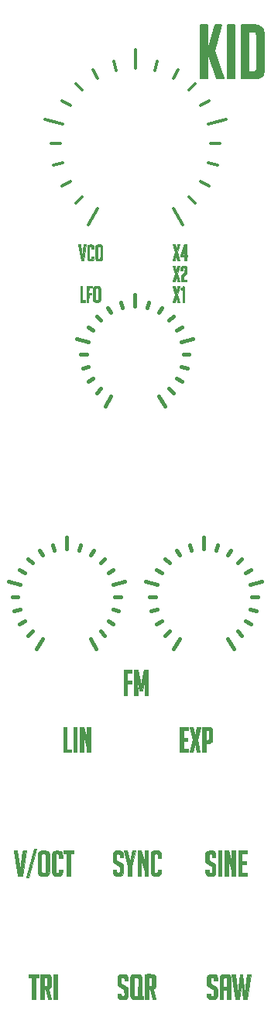
<source format=gbr>
G04 #@! TF.GenerationSoftware,KiCad,Pcbnew,(5.1.0)-1*
G04 #@! TF.CreationDate,2019-05-16T09:56:15+02:00*
G04 #@! TF.ProjectId,panel,70616e65-6c2e-46b6-9963-61645f706362,rev?*
G04 #@! TF.SameCoordinates,Original*
G04 #@! TF.FileFunction,Legend,Top*
G04 #@! TF.FilePolarity,Positive*
%FSLAX46Y46*%
G04 Gerber Fmt 4.6, Leading zero omitted, Abs format (unit mm)*
G04 Created by KiCad (PCBNEW (5.1.0)-1) date 2019-05-16 09:56:15*
%MOMM*%
%LPD*%
G04 APERTURE LIST*
%ADD10C,0.010000*%
%ADD11C,0.055000*%
%ADD12C,0.070000*%
%ADD13C,0.100000*%
%ADD14C,0.186000*%
%ADD15C,0.416000*%
%ADD16C,0.300000*%
%ADD17C,0.150000*%
G04 APERTURE END LIST*
D10*
G36*
X27020000Y-106500000D02*
G01*
X27280000Y-104470000D01*
X27640000Y-104470000D01*
X27240000Y-107210000D01*
X26840000Y-107210000D01*
X26610000Y-105630000D01*
X26390738Y-107216040D01*
X25990000Y-107220000D01*
X25590000Y-104470000D01*
X25950000Y-104470000D01*
X26210000Y-106510000D01*
X26480000Y-104460000D01*
X26760000Y-104460000D01*
X27020000Y-106500000D01*
G37*
X27020000Y-106500000D02*
X27280000Y-104470000D01*
X27640000Y-104470000D01*
X27240000Y-107210000D01*
X26840000Y-107210000D01*
X26610000Y-105630000D01*
X26390738Y-107216040D01*
X25990000Y-107220000D01*
X25590000Y-104470000D01*
X25950000Y-104470000D01*
X26210000Y-106510000D01*
X26480000Y-104460000D01*
X26760000Y-104460000D01*
X27020000Y-106500000D01*
G36*
X25430000Y-107220000D02*
G01*
X25064166Y-107216040D01*
X25060000Y-106220000D01*
X25020000Y-106060000D01*
X25050000Y-105860000D01*
X25060000Y-104930000D01*
X25010000Y-104830000D01*
X25430000Y-104830000D01*
X25430000Y-107220000D01*
G37*
X25430000Y-107220000D02*
X25064166Y-107216040D01*
X25060000Y-106220000D01*
X25020000Y-106060000D01*
X25050000Y-105860000D01*
X25060000Y-104930000D01*
X25010000Y-104830000D01*
X25430000Y-104830000D01*
X25430000Y-107220000D01*
G36*
X25270000Y-104540000D02*
G01*
X25380000Y-104660000D01*
X25430000Y-104840000D01*
X25020000Y-104850000D01*
X24930000Y-104800000D01*
X24750000Y-104800000D01*
X24660000Y-104840000D01*
X24630000Y-105030000D01*
X24640000Y-105870000D01*
X25060000Y-105880000D01*
X25070000Y-106210000D01*
X24640000Y-106210000D01*
X24640000Y-107210000D01*
X24280000Y-107210000D01*
X24280000Y-104800000D01*
X24340000Y-104630000D01*
X24450000Y-104530000D01*
X24620000Y-104470000D01*
X25090000Y-104470000D01*
X25270000Y-104540000D01*
G37*
X25270000Y-104540000D02*
X25380000Y-104660000D01*
X25430000Y-104840000D01*
X25020000Y-104850000D01*
X24930000Y-104800000D01*
X24750000Y-104800000D01*
X24660000Y-104840000D01*
X24630000Y-105030000D01*
X24640000Y-105870000D01*
X25060000Y-105880000D01*
X25070000Y-106210000D01*
X24640000Y-106210000D01*
X24640000Y-107210000D01*
X24280000Y-107210000D01*
X24280000Y-104800000D01*
X24340000Y-104630000D01*
X24450000Y-104530000D01*
X24620000Y-104470000D01*
X25090000Y-104470000D01*
X25270000Y-104540000D01*
G36*
X23700000Y-104480000D02*
G01*
X23850000Y-104550000D01*
X23960000Y-104700000D01*
X23980000Y-104870000D01*
X23980000Y-105190000D01*
X23630000Y-105190000D01*
X23630000Y-105000000D01*
X23610000Y-104870000D01*
X23530000Y-104800000D01*
X23340000Y-104790000D01*
X23250000Y-104870000D01*
X23240000Y-105420000D01*
X23260000Y-105510000D01*
X23885521Y-105881619D01*
X23980000Y-106010000D01*
X23980000Y-106840000D01*
X23920000Y-107050000D01*
X23810000Y-107160000D01*
X23640000Y-107210000D01*
X23280000Y-107220000D01*
X23040000Y-107150000D01*
X22940000Y-107020000D01*
X22880000Y-106830000D01*
X22890000Y-106570000D01*
X23245156Y-106571836D01*
X23250000Y-106780000D01*
X23320000Y-106870000D01*
X23560000Y-106880000D01*
X23620000Y-106760000D01*
X23610000Y-106160000D01*
X22960000Y-105770000D01*
X22880000Y-105640000D01*
X22880000Y-104820000D01*
X22930000Y-104640000D01*
X23030000Y-104540000D01*
X23200000Y-104470000D01*
X23700000Y-104480000D01*
G37*
X23700000Y-104480000D02*
X23850000Y-104550000D01*
X23960000Y-104700000D01*
X23980000Y-104870000D01*
X23980000Y-105190000D01*
X23630000Y-105190000D01*
X23630000Y-105000000D01*
X23610000Y-104870000D01*
X23530000Y-104800000D01*
X23340000Y-104790000D01*
X23250000Y-104870000D01*
X23240000Y-105420000D01*
X23260000Y-105510000D01*
X23885521Y-105881619D01*
X23980000Y-106010000D01*
X23980000Y-106840000D01*
X23920000Y-107050000D01*
X23810000Y-107160000D01*
X23640000Y-107210000D01*
X23280000Y-107220000D01*
X23040000Y-107150000D01*
X22940000Y-107020000D01*
X22880000Y-106830000D01*
X22890000Y-106570000D01*
X23245156Y-106571836D01*
X23250000Y-106780000D01*
X23320000Y-106870000D01*
X23560000Y-106880000D01*
X23620000Y-106760000D01*
X23610000Y-106160000D01*
X22960000Y-105770000D01*
X22880000Y-105640000D01*
X22880000Y-104820000D01*
X22930000Y-104640000D01*
X23030000Y-104540000D01*
X23200000Y-104470000D01*
X23700000Y-104480000D01*
G36*
X16930000Y-104460000D02*
G01*
X17110000Y-104540000D01*
X17220000Y-104690000D01*
X17250000Y-104910000D01*
X17240000Y-105680000D01*
X17220000Y-105850000D01*
X17140000Y-105970000D01*
X17020000Y-106070000D01*
X17280000Y-107200000D01*
X16940000Y-107210000D01*
X16690000Y-106110000D01*
X16420000Y-106100000D01*
X16400000Y-105780000D01*
X16680000Y-105790000D01*
X16810000Y-105770000D01*
X16870000Y-105690000D01*
X16870000Y-104910000D01*
X16810000Y-104820000D01*
X16700000Y-104790000D01*
X16420000Y-104790000D01*
X16420000Y-104450000D01*
X16930000Y-104460000D01*
G37*
X16930000Y-104460000D02*
X17110000Y-104540000D01*
X17220000Y-104690000D01*
X17250000Y-104910000D01*
X17240000Y-105680000D01*
X17220000Y-105850000D01*
X17140000Y-105970000D01*
X17020000Y-106070000D01*
X17280000Y-107200000D01*
X16940000Y-107210000D01*
X16690000Y-106110000D01*
X16420000Y-106100000D01*
X16400000Y-105780000D01*
X16680000Y-105790000D01*
X16810000Y-105770000D01*
X16870000Y-105690000D01*
X16870000Y-104910000D01*
X16810000Y-104820000D01*
X16700000Y-104790000D01*
X16420000Y-104790000D01*
X16420000Y-104450000D01*
X16930000Y-104460000D01*
G36*
X16470000Y-107210000D02*
G01*
X16100000Y-107210000D01*
X16106140Y-104459666D01*
X16470000Y-104450000D01*
X16470000Y-107210000D01*
G37*
X16470000Y-107210000D02*
X16100000Y-107210000D01*
X16106140Y-104459666D01*
X16470000Y-104450000D01*
X16470000Y-107210000D01*
G36*
X15450000Y-107180000D02*
G01*
X15380000Y-107220000D01*
X15070000Y-107210000D01*
X15090000Y-106880000D01*
X15370000Y-106870000D01*
X15450000Y-107180000D01*
G37*
X15450000Y-107180000D02*
X15380000Y-107220000D01*
X15070000Y-107210000D01*
X15090000Y-106880000D01*
X15370000Y-106870000D01*
X15450000Y-107180000D01*
G36*
X15580000Y-104540000D02*
G01*
X15690000Y-104710000D01*
X15720000Y-104960000D01*
X15720000Y-106880000D01*
X15920000Y-106880000D01*
X15929870Y-107212867D01*
X15390000Y-107210000D01*
X15340000Y-106870000D01*
X15350000Y-104900000D01*
X15280000Y-104800000D01*
X15000000Y-104790000D01*
X14880000Y-104840000D01*
X14840000Y-104960000D01*
X14850000Y-106750000D01*
X14900000Y-106840000D01*
X15000000Y-106880000D01*
X15150000Y-106870000D01*
X15140000Y-107220000D01*
X14820000Y-107200000D01*
X14650000Y-107150000D01*
X14530000Y-107010000D01*
X14480000Y-106780000D01*
X14500000Y-104740000D01*
X14620000Y-104550000D01*
X14780000Y-104480000D01*
X15000000Y-104460000D01*
X15380000Y-104460000D01*
X15580000Y-104540000D01*
G37*
X15580000Y-104540000D02*
X15690000Y-104710000D01*
X15720000Y-104960000D01*
X15720000Y-106880000D01*
X15920000Y-106880000D01*
X15929870Y-107212867D01*
X15390000Y-107210000D01*
X15340000Y-106870000D01*
X15350000Y-104900000D01*
X15280000Y-104800000D01*
X15000000Y-104790000D01*
X14880000Y-104840000D01*
X14840000Y-104960000D01*
X14850000Y-106750000D01*
X14900000Y-106840000D01*
X15000000Y-106880000D01*
X15150000Y-106870000D01*
X15140000Y-107220000D01*
X14820000Y-107200000D01*
X14650000Y-107150000D01*
X14530000Y-107010000D01*
X14480000Y-106780000D01*
X14500000Y-104740000D01*
X14620000Y-104550000D01*
X14780000Y-104480000D01*
X15000000Y-104460000D01*
X15380000Y-104460000D01*
X15580000Y-104540000D01*
G36*
X13890000Y-104480000D02*
G01*
X14030000Y-104530000D01*
X14120000Y-104630000D01*
X14190000Y-104780000D01*
X14190000Y-105200000D01*
X13830000Y-105190000D01*
X13840000Y-105010000D01*
X13810000Y-104860000D01*
X13740000Y-104800000D01*
X13530000Y-104800000D01*
X13460000Y-104880000D01*
X13450000Y-105430000D01*
X13480000Y-105520000D01*
X14130000Y-105890000D01*
X14190000Y-106050000D01*
X14190000Y-106830000D01*
X14130000Y-107040000D01*
X14030000Y-107140000D01*
X13880000Y-107190000D01*
X13570000Y-107220000D01*
X13230000Y-107150000D01*
X13100000Y-106910000D01*
X13090000Y-106570000D01*
X13450000Y-106580000D01*
X13450000Y-106730000D01*
X13500000Y-106850000D01*
X13700000Y-106890000D01*
X13800000Y-106830000D01*
X13830000Y-106730000D01*
X13820000Y-106190000D01*
X13800000Y-106140000D01*
X13180000Y-105780000D01*
X13090000Y-105620000D01*
X13110000Y-104690000D01*
X13240000Y-104520000D01*
X13410000Y-104460000D01*
X13890000Y-104480000D01*
G37*
X13890000Y-104480000D02*
X14030000Y-104530000D01*
X14120000Y-104630000D01*
X14190000Y-104780000D01*
X14190000Y-105200000D01*
X13830000Y-105190000D01*
X13840000Y-105010000D01*
X13810000Y-104860000D01*
X13740000Y-104800000D01*
X13530000Y-104800000D01*
X13460000Y-104880000D01*
X13450000Y-105430000D01*
X13480000Y-105520000D01*
X14130000Y-105890000D01*
X14190000Y-106050000D01*
X14190000Y-106830000D01*
X14130000Y-107040000D01*
X14030000Y-107140000D01*
X13880000Y-107190000D01*
X13570000Y-107220000D01*
X13230000Y-107150000D01*
X13100000Y-106910000D01*
X13090000Y-106570000D01*
X13450000Y-106580000D01*
X13450000Y-106730000D01*
X13500000Y-106850000D01*
X13700000Y-106890000D01*
X13800000Y-106830000D01*
X13830000Y-106730000D01*
X13820000Y-106190000D01*
X13800000Y-106140000D01*
X13180000Y-105780000D01*
X13090000Y-105620000D01*
X13110000Y-104690000D01*
X13240000Y-104520000D01*
X13410000Y-104460000D01*
X13890000Y-104480000D01*
G36*
X6484000Y-107210000D02*
G01*
X6124000Y-107210000D01*
X6124000Y-104470000D01*
X6474000Y-104470000D01*
X6484000Y-107210000D01*
G37*
X6484000Y-107210000D02*
X6124000Y-107210000D01*
X6124000Y-104470000D01*
X6474000Y-104470000D01*
X6484000Y-107210000D01*
G36*
X5474000Y-104470000D02*
G01*
X5654000Y-104540000D01*
X5754000Y-104660000D01*
X5804000Y-104820000D01*
X5794000Y-105740000D01*
X5754000Y-105890000D01*
X5694000Y-105970000D01*
X5574000Y-106070000D01*
X5834000Y-107210000D01*
X5494000Y-107220000D01*
X5253261Y-106107671D01*
X4974000Y-106110000D01*
X4964000Y-105780000D01*
X5294000Y-105790000D01*
X5374000Y-105770000D01*
X5434000Y-105670000D01*
X5434000Y-104910000D01*
X5384000Y-104830000D01*
X5294000Y-104800000D01*
X4974000Y-104800000D01*
X4974000Y-104460000D01*
X5474000Y-104470000D01*
G37*
X5474000Y-104470000D02*
X5654000Y-104540000D01*
X5754000Y-104660000D01*
X5804000Y-104820000D01*
X5794000Y-105740000D01*
X5754000Y-105890000D01*
X5694000Y-105970000D01*
X5574000Y-106070000D01*
X5834000Y-107210000D01*
X5494000Y-107220000D01*
X5253261Y-106107671D01*
X4974000Y-106110000D01*
X4964000Y-105780000D01*
X5294000Y-105790000D01*
X5374000Y-105770000D01*
X5434000Y-105670000D01*
X5434000Y-104910000D01*
X5384000Y-104830000D01*
X5294000Y-104800000D01*
X4974000Y-104800000D01*
X4974000Y-104460000D01*
X5474000Y-104470000D01*
G36*
X5014000Y-104470000D02*
G01*
X5034000Y-107210000D01*
X4664000Y-107230000D01*
X4664000Y-104470000D01*
X4662743Y-104466488D01*
X5014000Y-104470000D01*
G37*
X5014000Y-104470000D02*
X5034000Y-107210000D01*
X4664000Y-107230000D01*
X4664000Y-104470000D01*
X4662743Y-104466488D01*
X5014000Y-104470000D01*
G36*
X4448848Y-104800096D02*
G01*
X4094000Y-104810000D01*
X4094000Y-107220000D01*
X3727952Y-107219689D01*
X3724000Y-104800000D01*
X3384000Y-104800000D01*
X3374000Y-104480000D01*
X4444000Y-104470000D01*
X4448848Y-104800096D01*
G37*
X4448848Y-104800096D02*
X4094000Y-104810000D01*
X4094000Y-107220000D01*
X3727952Y-107219689D01*
X3724000Y-104800000D01*
X3384000Y-104800000D01*
X3374000Y-104480000D01*
X4444000Y-104470000D01*
X4448848Y-104800096D01*
G36*
X27200000Y-91320000D02*
G01*
X26658426Y-91316917D01*
X26660000Y-92140000D01*
X27141579Y-92152846D01*
X27140000Y-92480000D01*
X26650000Y-92490000D01*
X26658426Y-93402908D01*
X27210000Y-93410000D01*
X27202932Y-93736510D01*
X26290306Y-93736510D01*
X26290000Y-90990000D01*
X27200000Y-90980000D01*
X27200000Y-91320000D01*
G37*
X27200000Y-91320000D02*
X26658426Y-91316917D01*
X26660000Y-92140000D01*
X27141579Y-92152846D01*
X27140000Y-92480000D01*
X26650000Y-92490000D01*
X26658426Y-93402908D01*
X27210000Y-93410000D01*
X27202932Y-93736510D01*
X26290306Y-93736510D01*
X26290000Y-90990000D01*
X27200000Y-90980000D01*
X27200000Y-91320000D01*
G36*
X25190000Y-90990000D02*
G01*
X25570000Y-92290000D01*
X25580000Y-90990000D01*
X25940000Y-90990000D01*
X25950000Y-93730000D01*
X25580000Y-93730000D01*
X25580000Y-93180000D01*
X25180000Y-91940000D01*
X25170000Y-93730000D01*
X24820000Y-93730000D01*
X24814909Y-90983309D01*
X25190000Y-90990000D01*
G37*
X25190000Y-90990000D02*
X25570000Y-92290000D01*
X25580000Y-90990000D01*
X25940000Y-90990000D01*
X25950000Y-93730000D01*
X25580000Y-93730000D01*
X25580000Y-93180000D01*
X25180000Y-91940000D01*
X25170000Y-93730000D01*
X24820000Y-93730000D01*
X24814909Y-90983309D01*
X25190000Y-90990000D01*
G36*
X24480000Y-93730000D02*
G01*
X24110000Y-93730000D01*
X24110000Y-91000000D01*
X24460000Y-90990000D01*
X24480000Y-93730000D01*
G37*
X24480000Y-93730000D02*
X24110000Y-93730000D01*
X24110000Y-91000000D01*
X24460000Y-90990000D01*
X24480000Y-93730000D01*
G36*
X23600000Y-91030000D02*
G01*
X23720000Y-91140000D01*
X23800000Y-91320000D01*
X23800000Y-91710000D01*
X23440000Y-91710000D01*
X23430000Y-91440000D01*
X23390000Y-91340000D01*
X23270000Y-91310000D01*
X23120000Y-91330000D01*
X23060000Y-91420000D01*
X23060000Y-91910000D01*
X23085830Y-92041647D01*
X23700000Y-92390000D01*
X23790000Y-92540000D01*
X23800000Y-93390000D01*
X23700000Y-93610000D01*
X23560000Y-93700000D01*
X23320000Y-93750000D01*
X22900000Y-93700000D01*
X22760000Y-93540000D01*
X22700000Y-93350000D01*
X22690000Y-93090000D01*
X23060000Y-93100000D01*
X23060000Y-93290000D01*
X23110000Y-93380000D01*
X23300000Y-93410000D01*
X23390000Y-93370000D01*
X23430000Y-93280000D01*
X23430000Y-92720000D01*
X23390000Y-92640000D01*
X22780000Y-92300000D01*
X22690000Y-92180000D01*
X22680000Y-91600000D01*
X22700000Y-91250000D01*
X22840000Y-91050000D01*
X23010000Y-90990000D01*
X23420000Y-90970000D01*
X23600000Y-91030000D01*
G37*
X23600000Y-91030000D02*
X23720000Y-91140000D01*
X23800000Y-91320000D01*
X23800000Y-91710000D01*
X23440000Y-91710000D01*
X23430000Y-91440000D01*
X23390000Y-91340000D01*
X23270000Y-91310000D01*
X23120000Y-91330000D01*
X23060000Y-91420000D01*
X23060000Y-91910000D01*
X23085830Y-92041647D01*
X23700000Y-92390000D01*
X23790000Y-92540000D01*
X23800000Y-93390000D01*
X23700000Y-93610000D01*
X23560000Y-93700000D01*
X23320000Y-93750000D01*
X22900000Y-93700000D01*
X22760000Y-93540000D01*
X22700000Y-93350000D01*
X22690000Y-93090000D01*
X23060000Y-93100000D01*
X23060000Y-93290000D01*
X23110000Y-93380000D01*
X23300000Y-93410000D01*
X23390000Y-93370000D01*
X23430000Y-93280000D01*
X23430000Y-92720000D01*
X23390000Y-92640000D01*
X22780000Y-92300000D01*
X22690000Y-92180000D01*
X22680000Y-91600000D01*
X22700000Y-91250000D01*
X22840000Y-91050000D01*
X23010000Y-90990000D01*
X23420000Y-90970000D01*
X23600000Y-91030000D01*
G36*
X17670000Y-91040000D02*
G01*
X17800000Y-91180000D01*
X17840000Y-91360000D01*
X17840000Y-91760000D01*
X17480000Y-91750000D01*
X17470000Y-91460000D01*
X17430000Y-91350000D01*
X17350000Y-91310000D01*
X17170000Y-91320000D01*
X17100000Y-91410000D01*
X17090000Y-93270000D01*
X17110000Y-93360000D01*
X17230000Y-93410000D01*
X17410000Y-93380000D01*
X17470000Y-93310000D01*
X17480000Y-93090000D01*
X17840000Y-93090000D01*
X17840000Y-93330000D01*
X17810000Y-93500000D01*
X17700000Y-93660000D01*
X17500000Y-93730000D01*
X17100000Y-93740000D01*
X16900000Y-93680000D01*
X16790000Y-93540000D01*
X16730000Y-93370000D01*
X16720000Y-91480000D01*
X16770000Y-91190000D01*
X16870000Y-91050000D01*
X17050000Y-90980000D01*
X17480000Y-90980000D01*
X17670000Y-91040000D01*
G37*
X17670000Y-91040000D02*
X17800000Y-91180000D01*
X17840000Y-91360000D01*
X17840000Y-91760000D01*
X17480000Y-91750000D01*
X17470000Y-91460000D01*
X17430000Y-91350000D01*
X17350000Y-91310000D01*
X17170000Y-91320000D01*
X17100000Y-91410000D01*
X17090000Y-93270000D01*
X17110000Y-93360000D01*
X17230000Y-93410000D01*
X17410000Y-93380000D01*
X17470000Y-93310000D01*
X17480000Y-93090000D01*
X17840000Y-93090000D01*
X17840000Y-93330000D01*
X17810000Y-93500000D01*
X17700000Y-93660000D01*
X17500000Y-93730000D01*
X17100000Y-93740000D01*
X16900000Y-93680000D01*
X16790000Y-93540000D01*
X16730000Y-93370000D01*
X16720000Y-91480000D01*
X16770000Y-91190000D01*
X16870000Y-91050000D01*
X17050000Y-90980000D01*
X17480000Y-90980000D01*
X17670000Y-91040000D01*
G36*
X16032192Y-92310724D02*
G01*
X16032192Y-90980136D01*
X16400312Y-90980136D01*
X16400000Y-93730000D01*
X16040000Y-93730000D01*
X16040000Y-93200000D01*
X15630000Y-91930000D01*
X15630000Y-93730000D01*
X15270000Y-93730000D01*
X15270000Y-90980000D01*
X15640000Y-90980000D01*
X16032192Y-92310724D01*
G37*
X16032192Y-92310724D02*
X16032192Y-90980136D01*
X16400312Y-90980136D01*
X16400000Y-93730000D01*
X16040000Y-93730000D01*
X16040000Y-93200000D01*
X15630000Y-91930000D01*
X15630000Y-93730000D01*
X15270000Y-93730000D01*
X15270000Y-90980000D01*
X15640000Y-90980000D01*
X16032192Y-92310724D01*
G36*
X14620000Y-92730000D02*
G01*
X14610000Y-93730000D01*
X14240000Y-93710000D01*
X14240000Y-92720000D01*
X13810000Y-90980000D01*
X14160000Y-90990000D01*
X14440000Y-92160000D01*
X14700000Y-90980000D01*
X15050000Y-90980000D01*
X14620000Y-92730000D01*
G37*
X14620000Y-92730000D02*
X14610000Y-93730000D01*
X14240000Y-93710000D01*
X14240000Y-92720000D01*
X13810000Y-90980000D01*
X14160000Y-90990000D01*
X14440000Y-92160000D01*
X14700000Y-90980000D01*
X15050000Y-90980000D01*
X14620000Y-92730000D01*
G36*
X13510000Y-91040000D02*
G01*
X13620000Y-91120000D01*
X13690000Y-91340000D01*
X13690000Y-91710000D01*
X13330000Y-91710000D01*
X13330000Y-91430000D01*
X13280000Y-91340000D01*
X13130000Y-91310000D01*
X13000000Y-91330000D01*
X12960000Y-91440000D01*
X12970000Y-92020000D01*
X13470000Y-92310000D01*
X13670000Y-92450000D01*
X13700000Y-92660000D01*
X13680000Y-93430000D01*
X13600000Y-93620000D01*
X13380000Y-93730000D01*
X12860000Y-93720000D01*
X12690000Y-93610000D01*
X12600000Y-93360000D01*
X12590000Y-93090000D01*
X12955156Y-93089133D01*
X12950000Y-93250000D01*
X12970000Y-93340000D01*
X13070000Y-93400000D01*
X13260000Y-93390000D01*
X13320000Y-93300000D01*
X13330000Y-92800000D01*
X13300000Y-92650000D01*
X12890000Y-92420000D01*
X12640000Y-92280000D01*
X12590000Y-92130000D01*
X12590000Y-91290000D01*
X12660000Y-91130000D01*
X12790000Y-91030000D01*
X12940000Y-90980000D01*
X13310000Y-90980000D01*
X13510000Y-91040000D01*
G37*
X13510000Y-91040000D02*
X13620000Y-91120000D01*
X13690000Y-91340000D01*
X13690000Y-91710000D01*
X13330000Y-91710000D01*
X13330000Y-91430000D01*
X13280000Y-91340000D01*
X13130000Y-91310000D01*
X13000000Y-91330000D01*
X12960000Y-91440000D01*
X12970000Y-92020000D01*
X13470000Y-92310000D01*
X13670000Y-92450000D01*
X13700000Y-92660000D01*
X13680000Y-93430000D01*
X13600000Y-93620000D01*
X13380000Y-93730000D01*
X12860000Y-93720000D01*
X12690000Y-93610000D01*
X12600000Y-93360000D01*
X12590000Y-93090000D01*
X12955156Y-93089133D01*
X12950000Y-93250000D01*
X12970000Y-93340000D01*
X13070000Y-93400000D01*
X13260000Y-93390000D01*
X13320000Y-93300000D01*
X13330000Y-92800000D01*
X13300000Y-92650000D01*
X12890000Y-92420000D01*
X12640000Y-92280000D01*
X12590000Y-92130000D01*
X12590000Y-91290000D01*
X12660000Y-91130000D01*
X12790000Y-91030000D01*
X12940000Y-90980000D01*
X13310000Y-90980000D01*
X13510000Y-91040000D01*
G36*
X8280000Y-90990000D02*
G01*
X8270000Y-91320000D01*
X7910000Y-91320000D01*
X7930000Y-93730000D01*
X7560000Y-93730000D01*
X7553722Y-91320566D01*
X7200000Y-91310000D01*
X7200947Y-90986957D01*
X8280000Y-90990000D01*
G37*
X8280000Y-90990000D02*
X8270000Y-91320000D01*
X7910000Y-91320000D01*
X7930000Y-93730000D01*
X7560000Y-93730000D01*
X7553722Y-91320566D01*
X7200000Y-91310000D01*
X7200947Y-90986957D01*
X8280000Y-90990000D01*
G36*
X6850000Y-91040000D02*
G01*
X6970000Y-91130000D01*
X7040000Y-91310000D01*
X7040000Y-91760000D01*
X6690000Y-91760000D01*
X6690000Y-91540000D01*
X6670000Y-91390000D01*
X6590000Y-91320000D01*
X6420000Y-91320000D01*
X6320000Y-91360000D01*
X6300000Y-91470000D01*
X6300000Y-93280000D01*
X6350000Y-93390000D01*
X6570000Y-93410000D01*
X6650000Y-93350000D01*
X6680000Y-93260000D01*
X6680000Y-93110000D01*
X7040000Y-93110000D01*
X7050137Y-93272345D01*
X7020000Y-93490000D01*
X6940000Y-93620000D01*
X6790000Y-93720000D01*
X6630000Y-93740000D01*
X6210000Y-93720000D01*
X6060000Y-93650000D01*
X5970000Y-93510000D01*
X5930000Y-93310000D01*
X5930000Y-91520000D01*
X5960000Y-91200000D01*
X6160000Y-91020000D01*
X6320000Y-90990000D01*
X6700000Y-90990000D01*
X6850000Y-91040000D01*
G37*
X6850000Y-91040000D02*
X6970000Y-91130000D01*
X7040000Y-91310000D01*
X7040000Y-91760000D01*
X6690000Y-91760000D01*
X6690000Y-91540000D01*
X6670000Y-91390000D01*
X6590000Y-91320000D01*
X6420000Y-91320000D01*
X6320000Y-91360000D01*
X6300000Y-91470000D01*
X6300000Y-93280000D01*
X6350000Y-93390000D01*
X6570000Y-93410000D01*
X6650000Y-93350000D01*
X6680000Y-93260000D01*
X6680000Y-93110000D01*
X7040000Y-93110000D01*
X7050137Y-93272345D01*
X7020000Y-93490000D01*
X6940000Y-93620000D01*
X6790000Y-93720000D01*
X6630000Y-93740000D01*
X6210000Y-93720000D01*
X6060000Y-93650000D01*
X5970000Y-93510000D01*
X5930000Y-93310000D01*
X5930000Y-91520000D01*
X5960000Y-91200000D01*
X6160000Y-91020000D01*
X6320000Y-90990000D01*
X6700000Y-90990000D01*
X6850000Y-91040000D01*
G36*
X5180000Y-91330000D02*
G01*
X5140000Y-91320000D01*
X4990000Y-91310000D01*
X5000000Y-90990000D01*
X5220000Y-90990000D01*
X5180000Y-91330000D01*
G37*
X5180000Y-91330000D02*
X5140000Y-91320000D01*
X4990000Y-91310000D01*
X5000000Y-90990000D01*
X5220000Y-90990000D01*
X5180000Y-91330000D01*
G36*
X5050000Y-90990000D02*
G01*
X5040000Y-91320000D01*
X4920000Y-91310000D01*
X4810000Y-91340000D01*
X4750000Y-91440000D01*
X4760000Y-93320000D01*
X4840000Y-93400000D01*
X5130000Y-93410000D01*
X5230000Y-93360000D01*
X5260000Y-93260000D01*
X5250000Y-91400000D01*
X5150000Y-91330000D01*
X5181402Y-90986957D01*
X5380000Y-91020000D01*
X5490000Y-91080000D01*
X5570000Y-91180000D01*
X5620000Y-91360000D01*
X5630000Y-93250000D01*
X5590000Y-93520000D01*
X5470000Y-93650000D01*
X5280000Y-93730000D01*
X4870000Y-93740000D01*
X4580000Y-93690000D01*
X4460000Y-93560000D01*
X4400000Y-93360000D01*
X4380000Y-91440000D01*
X4420000Y-91220000D01*
X4560000Y-91040000D01*
X4780000Y-90980000D01*
X5050000Y-90990000D01*
G37*
X5050000Y-90990000D02*
X5040000Y-91320000D01*
X4920000Y-91310000D01*
X4810000Y-91340000D01*
X4750000Y-91440000D01*
X4760000Y-93320000D01*
X4840000Y-93400000D01*
X5130000Y-93410000D01*
X5230000Y-93360000D01*
X5260000Y-93260000D01*
X5250000Y-91400000D01*
X5150000Y-91330000D01*
X5181402Y-90986957D01*
X5380000Y-91020000D01*
X5490000Y-91080000D01*
X5570000Y-91180000D01*
X5620000Y-91360000D01*
X5630000Y-93250000D01*
X5590000Y-93520000D01*
X5470000Y-93650000D01*
X5280000Y-93730000D01*
X4870000Y-93740000D01*
X4580000Y-93690000D01*
X4460000Y-93560000D01*
X4400000Y-93360000D01*
X4380000Y-91440000D01*
X4420000Y-91220000D01*
X4560000Y-91040000D01*
X4780000Y-90980000D01*
X5050000Y-90990000D01*
G36*
X3390000Y-93930000D02*
G01*
X3140000Y-93920000D01*
X3980000Y-90800000D01*
X4230000Y-90800000D01*
X3390000Y-93930000D01*
G37*
X3390000Y-93930000D02*
X3140000Y-93920000D01*
X3980000Y-90800000D01*
X4230000Y-90800000D01*
X3390000Y-93930000D01*
G36*
X2430000Y-93040000D02*
G01*
X2730000Y-90990000D01*
X3097925Y-90986957D01*
X2650000Y-93740000D01*
X2220000Y-93740000D01*
X1770000Y-90990000D01*
X2130000Y-90980000D01*
X2430000Y-93040000D01*
G37*
X2430000Y-93040000D02*
X2730000Y-90990000D01*
X3097925Y-90986957D01*
X2650000Y-93740000D01*
X2220000Y-93740000D01*
X1770000Y-90990000D01*
X2130000Y-90980000D01*
X2430000Y-93040000D01*
G36*
X23100000Y-77870000D02*
G01*
X23000000Y-77810000D01*
X22790000Y-77800000D01*
X22770000Y-77470000D01*
X23090000Y-77470000D01*
X23100000Y-77870000D01*
G37*
X23100000Y-77870000D02*
X23000000Y-77810000D01*
X22790000Y-77800000D01*
X22770000Y-77470000D01*
X23090000Y-77470000D01*
X23100000Y-77870000D01*
G36*
X23260000Y-77510000D02*
G01*
X23390000Y-77630000D01*
X23460000Y-77820000D01*
X23470000Y-78800000D01*
X23420000Y-79020000D01*
X23290000Y-79160000D01*
X23100000Y-79230000D01*
X22720000Y-79240000D01*
X22720000Y-80220000D01*
X22360000Y-80210000D01*
X22351885Y-77473784D01*
X22830000Y-77470000D01*
X22820000Y-77800000D01*
X22710000Y-77820000D01*
X22710000Y-78890000D01*
X23020000Y-78900000D01*
X23100000Y-78790000D01*
X23100000Y-77930000D01*
X23060000Y-77840000D01*
X23070000Y-77470000D01*
X23260000Y-77510000D01*
G37*
X23260000Y-77510000D02*
X23390000Y-77630000D01*
X23460000Y-77820000D01*
X23470000Y-78800000D01*
X23420000Y-79020000D01*
X23290000Y-79160000D01*
X23100000Y-79230000D01*
X22720000Y-79240000D01*
X22720000Y-80220000D01*
X22360000Y-80210000D01*
X22351885Y-77473784D01*
X22830000Y-77470000D01*
X22820000Y-77800000D01*
X22710000Y-77820000D01*
X22710000Y-78890000D01*
X23020000Y-78900000D01*
X23100000Y-78790000D01*
X23100000Y-77930000D01*
X23060000Y-77840000D01*
X23070000Y-77470000D01*
X23260000Y-77510000D01*
G36*
X21540000Y-78470000D02*
G01*
X21780000Y-77480000D01*
X22120000Y-77480000D01*
X21792106Y-78835046D01*
X22110000Y-80220000D01*
X21760000Y-80220000D01*
X21550000Y-79190000D01*
X21293614Y-80226986D01*
X20960000Y-80220000D01*
X21300000Y-78840000D01*
X20975345Y-77473784D01*
X20980000Y-77470000D01*
X21330000Y-77470000D01*
X21540000Y-78470000D01*
G37*
X21540000Y-78470000D02*
X21780000Y-77480000D01*
X22120000Y-77480000D01*
X21792106Y-78835046D01*
X22110000Y-80220000D01*
X21760000Y-80220000D01*
X21550000Y-79190000D01*
X21293614Y-80226986D01*
X20960000Y-80220000D01*
X21300000Y-78840000D01*
X20975345Y-77473784D01*
X20980000Y-77470000D01*
X21330000Y-77470000D01*
X21540000Y-78470000D01*
G36*
X20810000Y-77480000D02*
G01*
X20800000Y-77790000D01*
X20270000Y-77800000D01*
X20260000Y-78640000D01*
X20750000Y-78650000D01*
X20740000Y-78970000D01*
X20270000Y-78970000D01*
X20270000Y-79890000D01*
X20800000Y-79890000D01*
X20810000Y-80220000D01*
X19890000Y-80210000D01*
X19895382Y-77473784D01*
X20810000Y-77480000D01*
G37*
X20810000Y-77480000D02*
X20800000Y-77790000D01*
X20270000Y-77800000D01*
X20260000Y-78640000D01*
X20750000Y-78650000D01*
X20740000Y-78970000D01*
X20270000Y-78970000D01*
X20270000Y-79890000D01*
X20800000Y-79890000D01*
X20810000Y-80220000D01*
X19890000Y-80210000D01*
X19895382Y-77473784D01*
X20810000Y-77480000D01*
G36*
X10110000Y-80220000D02*
G01*
X9745896Y-80233807D01*
X9740000Y-79690000D01*
X9360000Y-78440000D01*
X9350000Y-80220000D01*
X8990000Y-80230000D01*
X8990000Y-77480000D01*
X9360000Y-77490000D01*
X9750000Y-78790000D01*
X9750000Y-77470000D01*
X10110000Y-77470000D01*
X10110000Y-80220000D01*
G37*
X10110000Y-80220000D02*
X9745896Y-80233807D01*
X9740000Y-79690000D01*
X9360000Y-78440000D01*
X9350000Y-80220000D01*
X8990000Y-80230000D01*
X8990000Y-77480000D01*
X9360000Y-77490000D01*
X9750000Y-78790000D01*
X9750000Y-77470000D01*
X10110000Y-77470000D01*
X10110000Y-80220000D01*
G36*
X8630000Y-80230000D02*
G01*
X8271340Y-80233807D01*
X8271340Y-77480606D01*
X8639455Y-77480606D01*
X8630000Y-80230000D01*
G37*
X8630000Y-80230000D02*
X8271340Y-80233807D01*
X8271340Y-77480606D01*
X8639455Y-77480606D01*
X8630000Y-80230000D01*
G36*
X7550000Y-77500000D02*
G01*
X7553502Y-79900199D01*
X8060000Y-79910000D01*
X8059656Y-80233807D01*
X7190000Y-80230000D01*
X7180000Y-77490000D01*
X7550000Y-77500000D01*
G37*
X7550000Y-77500000D02*
X7553502Y-79900199D01*
X8060000Y-79910000D01*
X8059656Y-80233807D01*
X7190000Y-80230000D01*
X7180000Y-77490000D01*
X7550000Y-77500000D01*
G36*
X16400000Y-71240000D02*
G01*
X16390000Y-73980000D01*
X16040000Y-73980000D01*
X16070000Y-72190000D01*
X15780000Y-73480000D01*
X15520000Y-73480000D01*
X15240000Y-72190000D01*
X15270000Y-73980000D01*
X14910000Y-73980000D01*
X14910000Y-71240000D01*
X15310000Y-71250000D01*
X15660000Y-72850000D01*
X15995239Y-71237428D01*
X16400000Y-71240000D01*
G37*
X16400000Y-71240000D02*
X16390000Y-73980000D01*
X16040000Y-73980000D01*
X16070000Y-72190000D01*
X15780000Y-73480000D01*
X15520000Y-73480000D01*
X15240000Y-72190000D01*
X15270000Y-73980000D01*
X14910000Y-73980000D01*
X14910000Y-71240000D01*
X15310000Y-71250000D01*
X15660000Y-72850000D01*
X15995239Y-71237428D01*
X16400000Y-71240000D01*
G36*
X14660000Y-71560000D02*
G01*
X14113502Y-71571036D01*
X14110000Y-72390000D01*
X14590000Y-72410000D01*
X14600000Y-72730000D01*
X14110000Y-72740000D01*
X14110000Y-73990000D01*
X13750000Y-73980000D01*
X13750000Y-71230000D01*
X14660000Y-71230000D01*
X14660000Y-71560000D01*
G37*
X14660000Y-71560000D02*
X14113502Y-71571036D01*
X14110000Y-72390000D01*
X14590000Y-72410000D01*
X14600000Y-72730000D01*
X14110000Y-72740000D01*
X14110000Y-73990000D01*
X13750000Y-73980000D01*
X13750000Y-71230000D01*
X14660000Y-71230000D01*
X14660000Y-71560000D01*
D11*
X9350941Y-77480606D02*
X9745896Y-78811193D01*
X14658002Y-71237428D02*
X14658002Y-71571036D01*
X14596649Y-72740572D02*
X14113502Y-72740572D01*
X9745896Y-78811193D02*
X9745896Y-77480606D01*
X8059656Y-79900199D02*
X8059656Y-80233807D01*
X7185382Y-80233807D02*
X7185382Y-77480606D01*
X7553502Y-77480606D02*
X7553502Y-79900199D01*
X14113502Y-73990629D02*
X13745382Y-73990629D01*
X10114016Y-77480606D02*
X10114016Y-80233807D01*
X14906234Y-73990629D02*
X14906234Y-71237428D01*
X16033585Y-73990629D02*
X16071931Y-72188394D01*
X16401700Y-73990629D02*
X16033585Y-73990629D01*
X8639455Y-77480606D02*
X8639455Y-80233807D01*
X13745382Y-71237428D02*
X14658002Y-71237428D01*
X8271340Y-80233807D02*
X8271340Y-77480606D01*
X20746649Y-78643316D02*
X20746649Y-78976924D01*
X8639455Y-80233807D02*
X8271340Y-80233807D01*
X20263502Y-77807387D02*
X20263502Y-78643316D01*
X20808002Y-77473784D02*
X20808002Y-77807387D01*
X7553502Y-79900199D02*
X8059656Y-79900199D01*
X15274349Y-73990629D02*
X14906234Y-73990629D01*
X19895382Y-77473784D02*
X20808002Y-77473784D01*
X8982826Y-80233807D02*
X8982826Y-77480606D01*
X8059656Y-80233807D02*
X7185382Y-80233807D01*
X9350941Y-80233807D02*
X8982826Y-80233807D01*
X9745896Y-79685468D02*
X9350941Y-78431573D01*
X15312695Y-71237428D02*
X15653964Y-72855605D01*
X14906234Y-71237428D02*
X15312695Y-71237428D01*
X14113502Y-71571036D02*
X14113502Y-72406964D01*
X15995239Y-71237428D02*
X16401700Y-71237428D01*
X16071931Y-72188394D02*
X15795842Y-73492142D01*
X8271340Y-77480606D02*
X8639455Y-77480606D01*
X20808002Y-77807387D02*
X20263502Y-77807387D01*
X7185382Y-77480606D02*
X7553502Y-77480606D01*
X15653964Y-72855605D02*
X15995239Y-71237428D01*
X15795842Y-73492142D02*
X15512086Y-73492142D01*
X15236003Y-72188394D02*
X15274349Y-73990629D01*
X8982826Y-77480606D02*
X9350941Y-77480606D01*
X9745896Y-80233807D02*
X9745896Y-79685468D01*
X14113502Y-72740572D02*
X14113502Y-73990629D01*
X15512086Y-73492142D02*
X15236003Y-72188394D01*
X20263502Y-78643316D02*
X20746649Y-78643316D01*
X19895382Y-80226986D02*
X19895382Y-77473784D01*
X14658002Y-71571036D02*
X14113502Y-71571036D01*
X16401700Y-71237428D02*
X16401700Y-73990629D01*
X9350941Y-78431573D02*
X9350941Y-80233807D01*
X10114016Y-80233807D02*
X9745896Y-80233807D01*
X9745896Y-77480606D02*
X10114016Y-77480606D01*
X14113502Y-72406964D02*
X14596649Y-72406964D01*
X14596649Y-72406964D02*
X14596649Y-72740572D01*
X13745382Y-73990629D02*
X13745382Y-71237428D01*
X23620938Y-104961332D02*
X23616364Y-104910454D01*
X23616364Y-104910454D02*
X23602653Y-104868939D01*
X23602653Y-104868939D02*
X23579565Y-104836547D01*
X23579565Y-104836547D02*
X23547174Y-104813670D01*
X23547174Y-104813670D02*
X23505483Y-104800319D01*
X23505483Y-104800319D02*
X23459887Y-104796447D01*
X26210514Y-106525823D02*
X26471264Y-104462839D01*
X27644634Y-104462839D02*
X27238173Y-107216040D01*
X23885521Y-105881619D02*
X23915921Y-105906487D01*
X23915921Y-105906487D02*
X23941714Y-105936092D01*
X23941714Y-105936092D02*
X23962213Y-105969817D01*
X23620938Y-105202908D02*
X23620938Y-104961332D01*
X26758853Y-104462839D02*
X27019603Y-106525823D01*
X26471264Y-104462839D02*
X26758853Y-104462839D01*
X25991950Y-107216040D02*
X25585483Y-104462839D01*
X27238173Y-107216040D02*
X26839378Y-107216040D01*
X23245156Y-105417639D02*
X23249534Y-105468485D01*
X23249534Y-105468485D02*
X23264726Y-105508355D01*
X23264726Y-105508355D02*
X23275830Y-105521177D01*
X26613141Y-105620870D02*
X26390738Y-107216040D01*
X26839378Y-107216040D02*
X26613141Y-105620870D01*
X23989053Y-105202908D02*
X23620938Y-105202908D01*
X24642365Y-106207555D02*
X24642365Y-107216040D01*
X23459887Y-104796447D02*
X23402368Y-104796447D01*
X24274250Y-107216040D02*
X24274250Y-104934492D01*
X23318009Y-104462839D02*
X23548085Y-104462839D01*
X23410041Y-106882438D02*
X23475227Y-106882438D01*
X23318009Y-107216040D02*
X23262791Y-107213917D01*
X23262791Y-107213917D02*
X23213524Y-107207942D01*
X23213524Y-107207942D02*
X23167970Y-107198197D01*
X23167970Y-107198197D02*
X23126051Y-107184773D01*
X23126051Y-107184773D02*
X23087539Y-107167682D01*
X23087539Y-107167682D02*
X23052804Y-107147247D01*
X23052804Y-107147247D02*
X23021199Y-107123218D01*
X23021199Y-107123218D02*
X22993055Y-107095960D01*
X22993055Y-107095960D02*
X22968160Y-107065468D01*
X22968160Y-107065468D02*
X22946523Y-107031975D01*
X22946523Y-107031975D02*
X22927815Y-106995123D01*
X22927815Y-106995123D02*
X22912278Y-106955619D01*
X22912278Y-106955619D02*
X22899570Y-106912867D01*
X22899570Y-106912867D02*
X22889690Y-106866867D01*
X22889690Y-106866867D02*
X22882763Y-106818715D01*
X22882763Y-106818715D02*
X22878490Y-106766406D01*
X22878490Y-106766406D02*
X22877036Y-106711361D01*
X22877036Y-106711361D02*
X22877036Y-106709881D01*
X23989053Y-106752060D02*
X23987444Y-106806116D01*
X23987444Y-106806116D02*
X23982683Y-106856428D01*
X23982683Y-106856428D02*
X23974610Y-106904188D01*
X23974610Y-106904188D02*
X23963116Y-106949066D01*
X23963116Y-106949066D02*
X23948577Y-106989745D01*
X23948577Y-106989745D02*
X23930817Y-107027067D01*
X23930817Y-107027067D02*
X23909422Y-107061615D01*
X23909422Y-107061615D02*
X23881936Y-107095698D01*
X23881936Y-107095698D02*
X23853513Y-107122914D01*
X23853513Y-107122914D02*
X23822015Y-107146473D01*
X23822015Y-107146473D02*
X23786793Y-107166821D01*
X23786793Y-107166821D02*
X23747564Y-107183898D01*
X23747564Y-107183898D02*
X23704857Y-107197350D01*
X23704857Y-107197350D02*
X23658677Y-107207176D01*
X23658677Y-107207176D02*
X23609624Y-107213327D01*
X23609624Y-107213327D02*
X23556643Y-107215945D01*
X23556643Y-107215945D02*
X23544246Y-107216040D01*
X23544246Y-107216040D02*
X23318009Y-107216040D01*
X23962213Y-105969817D02*
X23976581Y-106011267D01*
X23976581Y-106011267D02*
X23984230Y-106059078D01*
X23984230Y-106059078D02*
X23987953Y-106110378D01*
X23987953Y-106110378D02*
X23989052Y-106165090D01*
X23989052Y-106165090D02*
X23989053Y-106165375D01*
X24642365Y-104957498D02*
X24642365Y-105873952D01*
X24903115Y-104796447D02*
X24803416Y-104796447D01*
X23989053Y-104934492D02*
X23989053Y-105202908D01*
X22900048Y-105674555D02*
X22888216Y-105629227D01*
X22888216Y-105629227D02*
X22880967Y-105580414D01*
X22880967Y-105580414D02*
X22877526Y-105528796D01*
X22877526Y-105528796D02*
X22877036Y-105498165D01*
X24715224Y-104462839D02*
X24991307Y-104462839D01*
X22877036Y-105498165D02*
X22877036Y-104934492D01*
X23141619Y-105885458D02*
X23105932Y-105866066D01*
X23105932Y-105866066D02*
X23070515Y-105845967D01*
X23070515Y-105845967D02*
X23036064Y-105825277D01*
X23036064Y-105825277D02*
X23001966Y-105803109D01*
X23001966Y-105803109D02*
X22972901Y-105781921D01*
X23724470Y-105778087D02*
X23759546Y-105798276D01*
X23759546Y-105798276D02*
X23794685Y-105819292D01*
X23794685Y-105819292D02*
X23829043Y-105840961D01*
X23829043Y-105840961D02*
X23862562Y-105863901D01*
X23862562Y-105863901D02*
X23885521Y-105881619D01*
X24991307Y-104462839D02*
X25045107Y-104464709D01*
X25045107Y-104464709D02*
X25095035Y-104470265D01*
X25095035Y-104470265D02*
X25141340Y-104479462D01*
X25141340Y-104479462D02*
X25184633Y-104492459D01*
X25184633Y-104492459D02*
X25223996Y-104508969D01*
X25223996Y-104508969D02*
X25259753Y-104528990D01*
X25259753Y-104528990D02*
X25291657Y-104552208D01*
X25291657Y-104552208D02*
X25320195Y-104578800D01*
X25320195Y-104578800D02*
X25345404Y-104608720D01*
X25345404Y-104608720D02*
X25367404Y-104642070D01*
X25367404Y-104642070D02*
X25386130Y-104678696D01*
X25386130Y-104678696D02*
X25401959Y-104719574D01*
X25401959Y-104719574D02*
X25414127Y-104762524D01*
X25414127Y-104762524D02*
X25423252Y-104809186D01*
X25423252Y-104809186D02*
X25429176Y-104858697D01*
X25429176Y-104858697D02*
X25432005Y-104911290D01*
X25432005Y-104911290D02*
X25432281Y-104934492D01*
X23245156Y-104961332D02*
X23245156Y-105417639D01*
X27019603Y-106525823D02*
X27280352Y-104462839D01*
X23245156Y-106721387D02*
X23249968Y-106771726D01*
X23249968Y-106771726D02*
X23264304Y-106812454D01*
X23264304Y-106812454D02*
X23288164Y-106843882D01*
X23288164Y-106843882D02*
X23321544Y-106866011D01*
X23321544Y-106866011D02*
X23363898Y-106878744D01*
X23363898Y-106878744D02*
X23410041Y-106882438D01*
X25949765Y-104462839D02*
X26210514Y-106525823D01*
X25585483Y-104462839D02*
X25949765Y-104462839D01*
X24803416Y-104796447D02*
X24753070Y-104801148D01*
X24753070Y-104801148D02*
X24711875Y-104815392D01*
X24711875Y-104815392D02*
X24680263Y-104839140D01*
X24680263Y-104839140D02*
X24658163Y-104872401D01*
X24658163Y-104872401D02*
X24645579Y-104915180D01*
X24645579Y-104915180D02*
X24642365Y-104957498D01*
X22877036Y-106571836D02*
X23245156Y-106571836D01*
X24642365Y-107216040D02*
X24274250Y-107216040D01*
X23620938Y-106721387D02*
X23620938Y-106253573D01*
X23402368Y-104796447D02*
X23352205Y-104801481D01*
X23352205Y-104801481D02*
X23311854Y-104816484D01*
X23311854Y-104816484D02*
X23281298Y-104841116D01*
X23281298Y-104841116D02*
X23260219Y-104875043D01*
X23260219Y-104875043D02*
X23248218Y-104918492D01*
X23248218Y-104918492D02*
X23245156Y-104961332D01*
X26390738Y-107216040D02*
X25991950Y-107216040D01*
X24642365Y-105873952D02*
X25064166Y-105873952D01*
X25064166Y-105873952D02*
X25064166Y-104957498D01*
X22877036Y-104934492D02*
X22878605Y-104879861D01*
X22878605Y-104879861D02*
X22883240Y-104829203D01*
X22883240Y-104829203D02*
X22891039Y-104781350D01*
X22891039Y-104781350D02*
X22901967Y-104736847D01*
X22901967Y-104736847D02*
X22916216Y-104695204D01*
X22916216Y-104695204D02*
X22935385Y-104653755D01*
X22935385Y-104653755D02*
X22956701Y-104618749D01*
X22956701Y-104618749D02*
X22981120Y-104587523D01*
X22981120Y-104587523D02*
X23009152Y-104559468D01*
X23009152Y-104559468D02*
X23040126Y-104535254D01*
X23040126Y-104535254D02*
X23074651Y-104514374D01*
X23074651Y-104514374D02*
X23112643Y-104496976D01*
X23112643Y-104496976D02*
X23154145Y-104483099D01*
X23154145Y-104483099D02*
X23199102Y-104472803D01*
X23199102Y-104472803D02*
X23247440Y-104466123D01*
X23247440Y-104466123D02*
X23299683Y-104463044D01*
X23299683Y-104463044D02*
X23318009Y-104462839D01*
X25064166Y-104957498D02*
X25059443Y-104907084D01*
X25059443Y-104907084D02*
X25045212Y-104865954D01*
X25045212Y-104865954D02*
X25021463Y-104834343D01*
X25021463Y-104834343D02*
X24988201Y-104812244D01*
X24988201Y-104812244D02*
X24945422Y-104799661D01*
X24945422Y-104799661D02*
X24903115Y-104796447D01*
X25064166Y-106207555D02*
X24642365Y-106207555D01*
X23590265Y-106150041D02*
X23558099Y-106125048D01*
X23558099Y-106125048D02*
X23524983Y-106102637D01*
X23524983Y-106102637D02*
X23490566Y-106081016D01*
X23490566Y-106081016D02*
X23141619Y-105885458D01*
X23475227Y-106882438D02*
X23524975Y-106876714D01*
X23524975Y-106876714D02*
X23563840Y-106859906D01*
X23563840Y-106859906D02*
X23592420Y-106832357D01*
X23592420Y-106832357D02*
X23610700Y-106795432D01*
X23610700Y-106795432D02*
X23620194Y-106743527D01*
X23620194Y-106743527D02*
X23620938Y-106721387D01*
X23375528Y-105590196D02*
X23724470Y-105778087D01*
X25064166Y-107216040D02*
X25064166Y-106207555D01*
X25432281Y-107216040D02*
X25064166Y-107216040D01*
X25432281Y-104934492D02*
X25432281Y-107216040D01*
X22972901Y-105781921D02*
X22945257Y-105754369D01*
X22945257Y-105754369D02*
X22922243Y-105722190D01*
X22922243Y-105722190D02*
X22903901Y-105684846D01*
X22903901Y-105684846D02*
X22900048Y-105674555D01*
X22877036Y-106709881D02*
X22877036Y-106571836D01*
X16474255Y-104793269D02*
X16474255Y-105786415D01*
X24274250Y-104934492D02*
X24275819Y-104879861D01*
X24275819Y-104879861D02*
X24280454Y-104829203D01*
X24280454Y-104829203D02*
X24288252Y-104781350D01*
X24288252Y-104781350D02*
X24299180Y-104736847D01*
X24299180Y-104736847D02*
X24313429Y-104695204D01*
X24313429Y-104695204D02*
X24332598Y-104653755D01*
X24332598Y-104653755D02*
X24353914Y-104618749D01*
X24353914Y-104618749D02*
X24378333Y-104587523D01*
X24378333Y-104587523D02*
X24406364Y-104559468D01*
X24406364Y-104559468D02*
X24437338Y-104535254D01*
X24437338Y-104535254D02*
X24471863Y-104514374D01*
X24471863Y-104514374D02*
X24509856Y-104496976D01*
X24509856Y-104496976D02*
X24551358Y-104483099D01*
X24551358Y-104483099D02*
X24596315Y-104472803D01*
X24596315Y-104472803D02*
X24644654Y-104466123D01*
X24644654Y-104466123D02*
X24696898Y-104463044D01*
X24696898Y-104463044D02*
X24715224Y-104462839D01*
X23245156Y-106571836D02*
X23245156Y-106721387D01*
X23989053Y-106165375D02*
X23989053Y-106752060D01*
X23620938Y-106253573D02*
X23616553Y-106202720D01*
X23616553Y-106202720D02*
X23601361Y-106162853D01*
X23601361Y-106162853D02*
X23590265Y-106150041D01*
X23548085Y-104462839D02*
X23601885Y-104464709D01*
X23601885Y-104464709D02*
X23651813Y-104470265D01*
X23651813Y-104470265D02*
X23698118Y-104479462D01*
X23698118Y-104479462D02*
X23741411Y-104492459D01*
X23741411Y-104492459D02*
X23780773Y-104508969D01*
X23780773Y-104508969D02*
X23816530Y-104528990D01*
X23816530Y-104528990D02*
X23848433Y-104552208D01*
X23848433Y-104552208D02*
X23876970Y-104578800D01*
X23876970Y-104578800D02*
X23902178Y-104608720D01*
X23902178Y-104608720D02*
X23924178Y-104642070D01*
X23924178Y-104642070D02*
X23942904Y-104678696D01*
X23942904Y-104678696D02*
X23958732Y-104719574D01*
X23958732Y-104719574D02*
X23970900Y-104762524D01*
X23970900Y-104762524D02*
X23980024Y-104809186D01*
X23980024Y-104809186D02*
X23985948Y-104858697D01*
X23985948Y-104858697D02*
X23988777Y-104911290D01*
X23988777Y-104911290D02*
X23989053Y-104934492D01*
X23275830Y-105521177D02*
X23307440Y-105545771D01*
X23307440Y-105545771D02*
X23340646Y-105568273D01*
X23340646Y-105568273D02*
X23374451Y-105589537D01*
X23374451Y-105589537D02*
X23375528Y-105590196D01*
X27280352Y-104462839D02*
X27644634Y-104462839D01*
X14484250Y-104931313D02*
X14485819Y-104876682D01*
X14485819Y-104876682D02*
X14490454Y-104826024D01*
X14490454Y-104826024D02*
X14498252Y-104778172D01*
X14498252Y-104778172D02*
X14509180Y-104733669D01*
X14509180Y-104733669D02*
X14523429Y-104692027D01*
X14523429Y-104692027D02*
X14542598Y-104650578D01*
X14542598Y-104650578D02*
X14563914Y-104615572D01*
X14563914Y-104615572D02*
X14588333Y-104584346D01*
X14588333Y-104584346D02*
X14616364Y-104556293D01*
X14616364Y-104556293D02*
X14647338Y-104532079D01*
X14647338Y-104532079D02*
X14681863Y-104511199D01*
X14681863Y-104511199D02*
X14719856Y-104493801D01*
X14719856Y-104493801D02*
X14761358Y-104479924D01*
X14761358Y-104479924D02*
X14806315Y-104469629D01*
X14806315Y-104469629D02*
X14854654Y-104462950D01*
X14854654Y-104462950D02*
X14906898Y-104459871D01*
X14906898Y-104459871D02*
X14925224Y-104459666D01*
X15277999Y-104459666D02*
X15331799Y-104461536D01*
X15331799Y-104461536D02*
X15381727Y-104467091D01*
X15381727Y-104467091D02*
X15428032Y-104476287D01*
X15428032Y-104476287D02*
X15471325Y-104489284D01*
X15471325Y-104489284D02*
X15510687Y-104505794D01*
X15510687Y-104505794D02*
X15546444Y-104525815D01*
X15546444Y-104525815D02*
X15578348Y-104549033D01*
X15578348Y-104549033D02*
X15606886Y-104575624D01*
X15606886Y-104575624D02*
X15632095Y-104605543D01*
X15632095Y-104605543D02*
X15654095Y-104638893D01*
X15654095Y-104638893D02*
X15672821Y-104675519D01*
X15672821Y-104675519D02*
X15688593Y-104716226D01*
X15688593Y-104716226D02*
X15700818Y-104759346D01*
X15700818Y-104759346D02*
X15709943Y-104806007D01*
X15709943Y-104806007D02*
X15715867Y-104855518D01*
X15715867Y-104855518D02*
X15718696Y-104908111D01*
X15718696Y-104908111D02*
X15718972Y-104931313D01*
X15350858Y-106879259D02*
X15350858Y-104954320D01*
X13455156Y-105414466D02*
X13459534Y-105465310D01*
X13459534Y-105465310D02*
X13474726Y-105505176D01*
X13474726Y-105505176D02*
X13485830Y-105517998D01*
X13182901Y-105778748D02*
X13155257Y-105751192D01*
X13155257Y-105751192D02*
X13131981Y-105718572D01*
X13131981Y-105718572D02*
X13113692Y-105681140D01*
X13113692Y-105681140D02*
X13110048Y-105671377D01*
X13528009Y-104459666D02*
X13758085Y-104459666D01*
X13754246Y-107212867D02*
X13528009Y-107212867D01*
X13585528Y-105587018D02*
X13934470Y-105774914D01*
X16715831Y-104793269D02*
X16474255Y-104793269D01*
X14925224Y-104459666D02*
X15277999Y-104459666D01*
X13830938Y-106250395D02*
X13826553Y-106199544D01*
X13826553Y-106199544D02*
X13811361Y-106159678D01*
X13811361Y-106159678D02*
X13800265Y-106146863D01*
X16827036Y-104459666D02*
X16880806Y-104461713D01*
X16880806Y-104461713D02*
X16930648Y-104467814D01*
X16930648Y-104467814D02*
X16976038Y-104477744D01*
X16976038Y-104477744D02*
X17018620Y-104491847D01*
X17018620Y-104491847D02*
X17056478Y-104509389D01*
X17056478Y-104509389D02*
X17090814Y-104530641D01*
X17090814Y-104530641D02*
X17121550Y-104555461D01*
X17121550Y-104555461D02*
X17148866Y-104583872D01*
X17148866Y-104583872D02*
X17173494Y-104616899D01*
X17173494Y-104616899D02*
X17193906Y-104652340D01*
X17193906Y-104652340D02*
X17210790Y-104690574D01*
X17210790Y-104690574D02*
X17225122Y-104734195D01*
X17225122Y-104734195D02*
X17236010Y-104781207D01*
X17236010Y-104781207D02*
X17243344Y-104829891D01*
X17243344Y-104829891D02*
X17247555Y-104880916D01*
X17247555Y-104880916D02*
X17248831Y-104931313D01*
X16880716Y-105587018D02*
X16880716Y-104992666D01*
X16938235Y-107212867D02*
X16696658Y-106100850D01*
X14172213Y-105966638D02*
X14186581Y-106008089D01*
X14186581Y-106008089D02*
X14194230Y-106055903D01*
X14194230Y-106055903D02*
X14197953Y-106107204D01*
X14197953Y-106107204D02*
X14199052Y-106161917D01*
X14199052Y-106161917D02*
X14199053Y-106162202D01*
X14852365Y-106718208D02*
X14857177Y-106768547D01*
X14857177Y-106768547D02*
X14871513Y-106809276D01*
X14871513Y-106809276D02*
X14895373Y-106840703D01*
X14895373Y-106840703D02*
X14928753Y-106862832D01*
X14928753Y-106862832D02*
X14971107Y-106875565D01*
X14971107Y-106875565D02*
X15017250Y-106879259D01*
X13669887Y-104793269D02*
X13612368Y-104793269D01*
X16880716Y-104992666D02*
X16877497Y-104940861D01*
X16877497Y-104940861D02*
X16867396Y-104895436D01*
X16867396Y-104895436D02*
X16849853Y-104857457D01*
X16849853Y-104857457D02*
X16824291Y-104827613D01*
X16824291Y-104827613D02*
X16790125Y-104806620D01*
X16790125Y-104806620D02*
X16745149Y-104795000D01*
X16745149Y-104795000D02*
X16715831Y-104793269D01*
X16474255Y-105786415D02*
X16715831Y-105786415D01*
X16715831Y-105786415D02*
X16767368Y-105780589D01*
X16767368Y-105780589D02*
X16807357Y-105764298D01*
X16807357Y-105764298D02*
X16837288Y-105739157D01*
X16837288Y-105739157D02*
X16859010Y-105705448D01*
X16859010Y-105705448D02*
X16872909Y-105664328D01*
X16872909Y-105664328D02*
X16879781Y-105615874D01*
X16879781Y-105615874D02*
X16880716Y-105587018D01*
X13700566Y-106077843D02*
X13351619Y-105882280D01*
X15017250Y-106879259D02*
X15350858Y-106879259D01*
X15929870Y-106879259D02*
X15929870Y-107212867D01*
X13485830Y-105517998D02*
X13517440Y-105542594D01*
X13517440Y-105542594D02*
X13550646Y-105565098D01*
X13550646Y-105565098D02*
X13584451Y-105586359D01*
X13584451Y-105586359D02*
X13585528Y-105587018D01*
X13087036Y-104931313D02*
X13088605Y-104876682D01*
X13088605Y-104876682D02*
X13093240Y-104826024D01*
X13093240Y-104826024D02*
X13101039Y-104778172D01*
X13101039Y-104778172D02*
X13111967Y-104733669D01*
X13111967Y-104733669D02*
X13126216Y-104692027D01*
X13126216Y-104692027D02*
X13145385Y-104650578D01*
X13145385Y-104650578D02*
X13166701Y-104615572D01*
X13166701Y-104615572D02*
X13191120Y-104584346D01*
X13191120Y-104584346D02*
X13219152Y-104556293D01*
X13219152Y-104556293D02*
X13250126Y-104532079D01*
X13250126Y-104532079D02*
X13284651Y-104511199D01*
X13284651Y-104511199D02*
X13322643Y-104493801D01*
X13322643Y-104493801D02*
X13364145Y-104479924D01*
X13364145Y-104479924D02*
X13409102Y-104469629D01*
X13409102Y-104469629D02*
X13457440Y-104462950D01*
X13457440Y-104462950D02*
X13509683Y-104459871D01*
X13509683Y-104459871D02*
X13528009Y-104459666D01*
X16106140Y-107212867D02*
X16106140Y-104459666D01*
X16474255Y-107212867D02*
X16106140Y-107212867D01*
X13351619Y-105882280D02*
X13315932Y-105862888D01*
X13315932Y-105862888D02*
X13280515Y-105842790D01*
X13280515Y-105842790D02*
X13246064Y-105822103D01*
X13246064Y-105822103D02*
X13211966Y-105799935D01*
X13211966Y-105799935D02*
X13182901Y-105778748D01*
X16474255Y-106100850D02*
X16474255Y-107212867D01*
X15013416Y-104793269D02*
X14963070Y-104797970D01*
X14963070Y-104797970D02*
X14921875Y-104812215D01*
X14921875Y-104812215D02*
X14890263Y-104835964D01*
X14890263Y-104835964D02*
X14868163Y-104869226D01*
X14868163Y-104869226D02*
X14855579Y-104912003D01*
X14855579Y-104912003D02*
X14852365Y-104954320D01*
X14852365Y-104954320D02*
X14852365Y-106718208D01*
X16696658Y-106100850D02*
X16474255Y-106100850D01*
X15185968Y-104793269D02*
X15013416Y-104793269D01*
X13528009Y-107212867D02*
X13472791Y-107210744D01*
X13472791Y-107210744D02*
X13423524Y-107204769D01*
X13423524Y-107204769D02*
X13377970Y-107195022D01*
X13377970Y-107195022D02*
X13336051Y-107181598D01*
X13336051Y-107181598D02*
X13297539Y-107164507D01*
X13297539Y-107164507D02*
X13262804Y-107144072D01*
X13262804Y-107144072D02*
X13231199Y-107120043D01*
X13231199Y-107120043D02*
X13203055Y-107092785D01*
X13203055Y-107092785D02*
X13178160Y-107062293D01*
X13178160Y-107062293D02*
X13156523Y-107028800D01*
X13156523Y-107028800D02*
X13137815Y-106991948D01*
X13137815Y-106991948D02*
X13122278Y-106952444D01*
X13122278Y-106952444D02*
X13109570Y-106909692D01*
X13109570Y-106909692D02*
X13099690Y-106863692D01*
X13099690Y-106863692D02*
X13092763Y-106815541D01*
X13092763Y-106815541D02*
X13088490Y-106763232D01*
X13088490Y-106763232D02*
X13087036Y-106708188D01*
X13087036Y-106708188D02*
X13087036Y-106706708D01*
X15718972Y-104931313D02*
X15718972Y-106879259D01*
X17287177Y-107212867D02*
X16938235Y-107212867D01*
X13620041Y-106879259D02*
X13685227Y-106879259D01*
X13455156Y-106718208D02*
X13459968Y-106768547D01*
X13459968Y-106768547D02*
X13474304Y-106809276D01*
X13474304Y-106809276D02*
X13498164Y-106840703D01*
X13498164Y-106840703D02*
X13531544Y-106862832D01*
X13531544Y-106862832D02*
X13573898Y-106875565D01*
X13573898Y-106875565D02*
X13620041Y-106879259D01*
X17030266Y-106066337D02*
X17287177Y-107212867D01*
X14199053Y-106748887D02*
X14197444Y-106802943D01*
X14197444Y-106802943D02*
X14192683Y-106853255D01*
X14192683Y-106853255D02*
X14184610Y-106901015D01*
X14184610Y-106901015D02*
X14173116Y-106945893D01*
X14173116Y-106945893D02*
X14158577Y-106986572D01*
X14158577Y-106986572D02*
X14140817Y-107023894D01*
X14140817Y-107023894D02*
X14119422Y-107058442D01*
X14119422Y-107058442D02*
X14091936Y-107092525D01*
X14091936Y-107092525D02*
X14063513Y-107119741D01*
X14063513Y-107119741D02*
X14032015Y-107143300D01*
X14032015Y-107143300D02*
X13996793Y-107163648D01*
X13996793Y-107163648D02*
X13957564Y-107180725D01*
X13957564Y-107180725D02*
X13914857Y-107194177D01*
X13914857Y-107194177D02*
X13868677Y-107204003D01*
X13868677Y-107204003D02*
X13819624Y-107210154D01*
X13819624Y-107210154D02*
X13766643Y-107212772D01*
X13766643Y-107212772D02*
X13754246Y-107212867D01*
X13758085Y-104459666D02*
X13811885Y-104461536D01*
X13811885Y-104461536D02*
X13861813Y-104467091D01*
X13861813Y-104467091D02*
X13908118Y-104476287D01*
X13908118Y-104476287D02*
X13951411Y-104489284D01*
X13951411Y-104489284D02*
X13990773Y-104505794D01*
X13990773Y-104505794D02*
X14026530Y-104525815D01*
X14026530Y-104525815D02*
X14058433Y-104549033D01*
X14058433Y-104549033D02*
X14086970Y-104575624D01*
X14086970Y-104575624D02*
X14112178Y-104605543D01*
X14112178Y-104605543D02*
X14134178Y-104638893D01*
X14134178Y-104638893D02*
X14152904Y-104675519D01*
X14152904Y-104675519D02*
X14168675Y-104716226D01*
X14168675Y-104716226D02*
X14180900Y-104759346D01*
X14180900Y-104759346D02*
X14190024Y-104806007D01*
X14190024Y-104806007D02*
X14195948Y-104855518D01*
X14195948Y-104855518D02*
X14198777Y-104908111D01*
X14198777Y-104908111D02*
X14199053Y-104931313D01*
X17248831Y-104931313D02*
X17248831Y-105610024D01*
X15718972Y-106879259D02*
X15929870Y-106879259D01*
X15350858Y-104954320D02*
X15346066Y-104904104D01*
X15346066Y-104904104D02*
X15331701Y-104863246D01*
X15331701Y-104863246D02*
X15307923Y-104831895D01*
X15307923Y-104831895D02*
X15274898Y-104809890D01*
X15274898Y-104809890D02*
X15232651Y-104797052D01*
X15232651Y-104797052D02*
X15185968Y-104793269D01*
X14484250Y-106748887D02*
X14484250Y-104931313D01*
X13830938Y-106718208D02*
X13830938Y-106250395D01*
X13087036Y-106568663D02*
X13455156Y-106568663D01*
X14095521Y-105878446D02*
X14125921Y-105903313D01*
X14125921Y-105903313D02*
X14151714Y-105932914D01*
X14151714Y-105932914D02*
X14172213Y-105966638D01*
X13800265Y-106146863D02*
X13768099Y-106121870D01*
X13768099Y-106121870D02*
X13734064Y-106098865D01*
X13734064Y-106098865D02*
X13700566Y-106077843D01*
X13934470Y-105774914D02*
X13969546Y-105795102D01*
X13969546Y-105795102D02*
X14004685Y-105816117D01*
X14004685Y-105816117D02*
X14039043Y-105837787D01*
X14039043Y-105837787D02*
X14072562Y-105860727D01*
X14072562Y-105860727D02*
X14095521Y-105878446D01*
X13087036Y-106706708D02*
X13087036Y-106568663D01*
X15929870Y-107212867D02*
X14929057Y-107212867D01*
X14199053Y-105199730D02*
X13830938Y-105199730D01*
X14199053Y-104931313D02*
X14199053Y-105199730D01*
X13685227Y-106879259D02*
X13734975Y-106873535D01*
X13734975Y-106873535D02*
X13773840Y-106856727D01*
X13773840Y-106856727D02*
X13802420Y-106829178D01*
X13802420Y-106829178D02*
X13820700Y-106792254D01*
X13820700Y-106792254D02*
X13830194Y-106740348D01*
X13830194Y-106740348D02*
X13830938Y-106718208D01*
X14199053Y-106162202D02*
X14199053Y-106748887D01*
X13455156Y-106568663D02*
X13455156Y-106718208D01*
X16106140Y-104459666D02*
X16827036Y-104459666D01*
X13455156Y-104958153D02*
X13455156Y-105414466D01*
X14929057Y-107212867D02*
X14875598Y-107211080D01*
X14875598Y-107211080D02*
X14824613Y-107205587D01*
X14824613Y-107205587D02*
X14777447Y-107196445D01*
X14777447Y-107196445D02*
X14734289Y-107183810D01*
X14734289Y-107183810D02*
X14694787Y-107167695D01*
X14694787Y-107167695D02*
X14658814Y-107148126D01*
X14658814Y-107148126D02*
X14626211Y-107125043D01*
X14626211Y-107125043D02*
X14596975Y-107098451D01*
X14596975Y-107098451D02*
X14571488Y-107068846D01*
X14571488Y-107068846D02*
X14548601Y-107034723D01*
X14548601Y-107034723D02*
X14529536Y-106997744D01*
X14529536Y-106997744D02*
X14513979Y-106957787D01*
X14513979Y-106957787D02*
X14501362Y-106913061D01*
X14501362Y-106913061D02*
X14492486Y-106866590D01*
X14492486Y-106866590D02*
X14486795Y-106816457D01*
X14486795Y-106816457D02*
X14484350Y-106762825D01*
X14484350Y-106762825D02*
X14484250Y-106748887D01*
X13087036Y-105494992D02*
X13087036Y-104931313D01*
X13612368Y-104793269D02*
X13562205Y-104798303D01*
X13562205Y-104798303D02*
X13521854Y-104813306D01*
X13521854Y-104813306D02*
X13491298Y-104837937D01*
X13491298Y-104837937D02*
X13470219Y-104871864D01*
X13470219Y-104871864D02*
X13458218Y-104915313D01*
X13458218Y-104915313D02*
X13455156Y-104958153D01*
X13110048Y-105671377D02*
X13098216Y-105626049D01*
X13098216Y-105626049D02*
X13090967Y-105577236D01*
X13090967Y-105577236D02*
X13087526Y-105525621D01*
X13087526Y-105525621D02*
X13087036Y-105494992D01*
X17248831Y-105610024D02*
X17247511Y-105664394D01*
X17247511Y-105664394D02*
X17243516Y-105715968D01*
X17243516Y-105715968D02*
X17236772Y-105764739D01*
X17236772Y-105764739D02*
X17227249Y-105810410D01*
X17227249Y-105810410D02*
X17214637Y-105853752D01*
X17214637Y-105853752D02*
X17199087Y-105893712D01*
X17199087Y-105893712D02*
X17180390Y-105930568D01*
X17180390Y-105930568D02*
X17158305Y-105964376D01*
X17158305Y-105964376D02*
X17133059Y-105994534D01*
X17133059Y-105994534D02*
X17104194Y-106021367D01*
X17104194Y-106021367D02*
X17072019Y-106044371D01*
X17072019Y-106044371D02*
X17035777Y-106063857D01*
X17035777Y-106063857D02*
X17030266Y-106066337D01*
X4662743Y-107219689D02*
X4662743Y-104466488D01*
X26658426Y-91316917D02*
X26658426Y-92152846D01*
X25183023Y-91934276D02*
X25183023Y-93736510D01*
X24471538Y-90983309D02*
X24471538Y-93736510D01*
X25946099Y-93736510D02*
X25577984Y-93736510D01*
X3727952Y-107219689D02*
X3727952Y-104800096D01*
X27202932Y-93402908D02*
X27202932Y-93736510D01*
X26658426Y-92152846D02*
X27141579Y-92152846D01*
X25577984Y-92313897D02*
X25577984Y-90983309D01*
X22687036Y-91454962D02*
X22688605Y-91400331D01*
X22688605Y-91400331D02*
X22693240Y-91349673D01*
X22693240Y-91349673D02*
X22701039Y-91301820D01*
X22701039Y-91301820D02*
X22711967Y-91257317D01*
X22711967Y-91257317D02*
X22726216Y-91215674D01*
X22726216Y-91215674D02*
X22745385Y-91174225D01*
X22745385Y-91174225D02*
X22766701Y-91139219D01*
X22766701Y-91139219D02*
X22791120Y-91107993D01*
X22791120Y-91107993D02*
X22819152Y-91079938D01*
X22819152Y-91079938D02*
X22850126Y-91055724D01*
X22850126Y-91055724D02*
X22884651Y-91034844D01*
X22884651Y-91034844D02*
X22922643Y-91017446D01*
X22922643Y-91017446D02*
X22964145Y-91003569D01*
X22964145Y-91003569D02*
X23009102Y-90993273D01*
X23009102Y-90993273D02*
X23057440Y-90986593D01*
X23057440Y-90986593D02*
X23109683Y-90983514D01*
X23109683Y-90983514D02*
X23128009Y-90983309D01*
X23799053Y-91723378D02*
X23430938Y-91723378D01*
X4096067Y-104800096D02*
X4096067Y-107219689D01*
X5843779Y-107219689D02*
X5494838Y-107219689D01*
X5253261Y-106107671D02*
X5030858Y-106107671D01*
X5383633Y-104466488D02*
X5437404Y-104468535D01*
X5437404Y-104468535D02*
X5487246Y-104474637D01*
X5487246Y-104474637D02*
X5532638Y-104484568D01*
X5532638Y-104484568D02*
X5575221Y-104498671D01*
X5575221Y-104498671D02*
X5613079Y-104516213D01*
X5613079Y-104516213D02*
X5647416Y-104537465D01*
X5647416Y-104537465D02*
X5678152Y-104562285D01*
X5678152Y-104562285D02*
X5705468Y-104590697D01*
X5705468Y-104590697D02*
X5730097Y-104623724D01*
X5730097Y-104623724D02*
X5750509Y-104659165D01*
X5750509Y-104659165D02*
X5767393Y-104697398D01*
X5767393Y-104697398D02*
X5781725Y-104741019D01*
X5781725Y-104741019D02*
X5792613Y-104788031D01*
X5792613Y-104788031D02*
X5799947Y-104836714D01*
X5799947Y-104836714D02*
X5804158Y-104887739D01*
X5804158Y-104887739D02*
X5805434Y-104938135D01*
X24103423Y-93736510D02*
X24103423Y-90983309D01*
X27141579Y-92152846D02*
X27141579Y-92486454D01*
X26290306Y-93736510D02*
X26290306Y-90983309D01*
X25183023Y-90983309D02*
X25577984Y-92313897D01*
X25946099Y-90983309D02*
X25946099Y-93736510D01*
X3375176Y-104466488D02*
X4448848Y-104466488D01*
X3727952Y-104800096D02*
X3375176Y-104800096D01*
X22687036Y-92018640D02*
X22687036Y-91454962D01*
X4448848Y-104466488D02*
X4448848Y-104800096D01*
X23128009Y-90983309D02*
X23358085Y-90983309D01*
X5272434Y-104800096D02*
X5030858Y-104800096D01*
X5030858Y-105793242D02*
X5272434Y-105793242D01*
X4096067Y-107219689D02*
X3727952Y-107219689D01*
X5437319Y-105593845D02*
X5437319Y-104999487D01*
X23358085Y-90983309D02*
X23411885Y-90985179D01*
X23411885Y-90985179D02*
X23461813Y-90990735D01*
X23461813Y-90990735D02*
X23508118Y-90999932D01*
X23508118Y-90999932D02*
X23551411Y-91012929D01*
X23551411Y-91012929D02*
X23590773Y-91029439D01*
X23590773Y-91029439D02*
X23626530Y-91049460D01*
X23626530Y-91049460D02*
X23658433Y-91072678D01*
X23658433Y-91072678D02*
X23686970Y-91099270D01*
X23686970Y-91099270D02*
X23712178Y-91129190D01*
X23712178Y-91129190D02*
X23734178Y-91162540D01*
X23734178Y-91162540D02*
X23752904Y-91199166D01*
X23752904Y-91199166D02*
X23768732Y-91240044D01*
X23768732Y-91240044D02*
X23780900Y-91282994D01*
X23780900Y-91282994D02*
X23790024Y-91329656D01*
X23790024Y-91329656D02*
X23795948Y-91379167D01*
X23795948Y-91379167D02*
X23798777Y-91431760D01*
X23798777Y-91431760D02*
X23799053Y-91454962D01*
X5030858Y-106107671D02*
X5030858Y-107219689D01*
X5494838Y-107219689D02*
X5253261Y-106107671D01*
X26658426Y-93402908D02*
X27202932Y-93402908D01*
X5437319Y-104999487D02*
X5434100Y-104947683D01*
X5434100Y-104947683D02*
X5423999Y-104902259D01*
X5423999Y-104902259D02*
X5406456Y-104864281D01*
X5406456Y-104864281D02*
X5380894Y-104834438D01*
X5380894Y-104834438D02*
X5346728Y-104813445D01*
X5346728Y-104813445D02*
X5301752Y-104801827D01*
X5301752Y-104801827D02*
X5272434Y-104800096D01*
X5586864Y-106073159D02*
X5843779Y-107219689D01*
X5805434Y-104938135D02*
X5805434Y-105616851D01*
X27141579Y-92486454D02*
X26658426Y-92486454D01*
X23799053Y-91454962D02*
X23799053Y-91723378D01*
X25577984Y-93188171D02*
X25183023Y-91934276D01*
X5805434Y-105616851D02*
X5804114Y-105671220D01*
X5804114Y-105671220D02*
X5800119Y-105722793D01*
X5800119Y-105722793D02*
X5793375Y-105771564D01*
X5793375Y-105771564D02*
X5783852Y-105817235D01*
X5783852Y-105817235D02*
X5771240Y-105860577D01*
X5771240Y-105860577D02*
X5755690Y-105900536D01*
X5755690Y-105900536D02*
X5736993Y-105937392D01*
X5736993Y-105937392D02*
X5715045Y-105971014D01*
X5715045Y-105971014D02*
X5689661Y-106001358D01*
X5689661Y-106001358D02*
X5660795Y-106028191D01*
X5660795Y-106028191D02*
X5628619Y-106051193D01*
X5628619Y-106051193D02*
X5592375Y-106070679D01*
X5592375Y-106070679D02*
X5586864Y-106073159D01*
X24814909Y-93736510D02*
X24814909Y-90983309D01*
X26290306Y-90983309D02*
X27202932Y-90983309D01*
X26658426Y-92486454D02*
X26658426Y-93402908D01*
X3375176Y-104800096D02*
X3375176Y-104466488D01*
X4662743Y-104466488D02*
X5383633Y-104466488D01*
X27202932Y-93736510D02*
X26290306Y-93736510D01*
X25183023Y-93736510D02*
X24814909Y-93736510D01*
X27202932Y-91316917D02*
X26658426Y-91316917D01*
X4448848Y-104800096D02*
X4096067Y-104800096D01*
X24471538Y-93736510D02*
X24103423Y-93736510D01*
X13830938Y-105199730D02*
X13830938Y-104958153D01*
X13830938Y-104958153D02*
X13826364Y-104907275D01*
X13826364Y-104907275D02*
X13812653Y-104865760D01*
X13812653Y-104865760D02*
X13789565Y-104833368D01*
X13789565Y-104833368D02*
X13757174Y-104810492D01*
X13757174Y-104810492D02*
X13715483Y-104797141D01*
X13715483Y-104797141D02*
X13669887Y-104793269D01*
X6483787Y-107219689D02*
X6115672Y-107219689D01*
X6483787Y-104466488D02*
X6483787Y-107219689D01*
X6115672Y-104466488D02*
X6483787Y-104466488D01*
X6115672Y-107219689D02*
X6115672Y-104466488D01*
X5030858Y-104800096D02*
X5030858Y-105793242D01*
X25577984Y-93736510D02*
X25577984Y-93188171D01*
X5272434Y-105793242D02*
X5323971Y-105787415D01*
X5323971Y-105787415D02*
X5363960Y-105771124D01*
X5363960Y-105771124D02*
X5393891Y-105745982D01*
X5393891Y-105745982D02*
X5415613Y-105712272D01*
X5415613Y-105712272D02*
X5429512Y-105671153D01*
X5429512Y-105671153D02*
X5436384Y-105622700D01*
X5436384Y-105622700D02*
X5437319Y-105593845D01*
X24814909Y-90983309D02*
X25183023Y-90983309D01*
X27202932Y-90983309D02*
X27202932Y-91316917D01*
X5030858Y-107219689D02*
X4662743Y-107219689D01*
X24103423Y-90983309D02*
X24471538Y-90983309D01*
X25577984Y-90983309D02*
X25946099Y-90983309D01*
X17476915Y-91758546D02*
X17476915Y-91474790D01*
X17331203Y-93399729D02*
X17380952Y-93394006D01*
X17380952Y-93394006D02*
X17419817Y-93377198D01*
X17419817Y-93377198D02*
X17448397Y-93349650D01*
X17448397Y-93349650D02*
X17466677Y-93312726D01*
X17466677Y-93312726D02*
X17476171Y-93260819D01*
X17476171Y-93260819D02*
X17476915Y-93238678D01*
X17845030Y-91758546D02*
X17476915Y-91758546D01*
X14614011Y-92721018D02*
X14614011Y-93733337D01*
X17166319Y-93733337D02*
X17112514Y-93731478D01*
X17112514Y-93731478D02*
X17062587Y-93725967D01*
X17062587Y-93725967D02*
X17016105Y-93716801D01*
X17016105Y-93716801D02*
X16973069Y-93703981D01*
X16973069Y-93703981D02*
X16934069Y-93687791D01*
X16934069Y-93687791D02*
X16897868Y-93667718D01*
X16897868Y-93667718D02*
X16865113Y-93643990D01*
X16865113Y-93643990D02*
X16834942Y-93615694D01*
X16834942Y-93615694D02*
X16809843Y-93585441D01*
X16809843Y-93585441D02*
X16788164Y-93552016D01*
X16788164Y-93552016D02*
X16769693Y-93515189D01*
X16769693Y-93515189D02*
X16754543Y-93475302D01*
X16754543Y-93475302D02*
X16742417Y-93431513D01*
X16742417Y-93431513D02*
X16733644Y-93385086D01*
X16733644Y-93385086D02*
X16728017Y-93335549D01*
X16728017Y-93335549D02*
X16725487Y-93282271D01*
X16725487Y-93282271D02*
X16725346Y-93265524D01*
X15269121Y-93733337D02*
X15269121Y-90980136D01*
X23430938Y-92774043D02*
X23426553Y-92723191D01*
X23426553Y-92723191D02*
X23411361Y-92683324D01*
X23411361Y-92683324D02*
X23400265Y-92670511D01*
X23534470Y-92298557D02*
X23569546Y-92318746D01*
X23569546Y-92318746D02*
X23604685Y-92339764D01*
X23604685Y-92339764D02*
X23639043Y-92361434D01*
X23639043Y-92361434D02*
X23672562Y-92384376D01*
X23672562Y-92384376D02*
X23695521Y-92402095D01*
X23300566Y-92601486D02*
X22951619Y-92405928D01*
X16032192Y-90980136D02*
X16400312Y-90980136D01*
X22710048Y-92195025D02*
X22698216Y-92149697D01*
X22698216Y-92149697D02*
X22690967Y-92100884D01*
X22690967Y-92100884D02*
X22687526Y-92049269D01*
X22687526Y-92049269D02*
X22687036Y-92018640D01*
X23285227Y-93402908D02*
X23334975Y-93397184D01*
X23334975Y-93397184D02*
X23373840Y-93380376D01*
X23373840Y-93380376D02*
X23402420Y-93352827D01*
X23402420Y-93352827D02*
X23420700Y-93315902D01*
X23420700Y-93315902D02*
X23430194Y-93263997D01*
X23430194Y-93263997D02*
X23430938Y-93241857D01*
X22782901Y-92302396D02*
X22755257Y-92274840D01*
X22755257Y-92274840D02*
X22731981Y-92242220D01*
X22731981Y-92242220D02*
X22713692Y-92204788D01*
X22713692Y-92204788D02*
X22710048Y-92195025D01*
X23055156Y-93241857D02*
X23059968Y-93292196D01*
X23059968Y-93292196D02*
X23074304Y-93332924D01*
X23074304Y-93332924D02*
X23098164Y-93364352D01*
X23098164Y-93364352D02*
X23131544Y-93386481D01*
X23131544Y-93386481D02*
X23173898Y-93399214D01*
X23173898Y-93399214D02*
X23220041Y-93402908D01*
X16725346Y-93265524D02*
X16725346Y-91447950D01*
X23400265Y-92670511D02*
X23368099Y-92645518D01*
X23368099Y-92645518D02*
X23334983Y-92623107D01*
X23334983Y-92623107D02*
X23300566Y-92601486D01*
X23220041Y-93402908D02*
X23285227Y-93402908D01*
X17845030Y-91447950D02*
X17845030Y-91758546D01*
X23430938Y-91481802D02*
X23426364Y-91430924D01*
X23426364Y-91430924D02*
X23412653Y-91389409D01*
X23412653Y-91389409D02*
X23389565Y-91357017D01*
X23389565Y-91357017D02*
X23357174Y-91334140D01*
X23357174Y-91334140D02*
X23315483Y-91320789D01*
X23315483Y-91320789D02*
X23269887Y-91316917D01*
X17239178Y-91313739D02*
X17189422Y-91319457D01*
X17189422Y-91319457D02*
X17150556Y-91336267D01*
X17150556Y-91336267D02*
X17122416Y-91363200D01*
X17122416Y-91363200D02*
X17103966Y-91399901D01*
X17103966Y-91399901D02*
X17094765Y-91445721D01*
X17094765Y-91445721D02*
X17093461Y-91474790D01*
X16400312Y-90980136D02*
X16400312Y-93733337D01*
X16032192Y-92310724D02*
X16032192Y-90980136D01*
X17239178Y-93399729D02*
X17331203Y-93399729D01*
X15637237Y-91931103D02*
X15637237Y-93733337D01*
X15269121Y-90980136D02*
X15637237Y-90980136D01*
X23128009Y-93736510D02*
X23072791Y-93734387D01*
X23072791Y-93734387D02*
X23023524Y-93728412D01*
X23023524Y-93728412D02*
X22977970Y-93718667D01*
X22977970Y-93718667D02*
X22936051Y-93705243D01*
X22936051Y-93705243D02*
X22897539Y-93688152D01*
X22897539Y-93688152D02*
X22862804Y-93667717D01*
X22862804Y-93667717D02*
X22831199Y-93643688D01*
X22831199Y-93643688D02*
X22803055Y-93616430D01*
X22803055Y-93616430D02*
X22778160Y-93585938D01*
X22778160Y-93585938D02*
X22756523Y-93552445D01*
X22756523Y-93552445D02*
X22737815Y-93515593D01*
X22737815Y-93515593D02*
X22722278Y-93476089D01*
X22722278Y-93476089D02*
X22709570Y-93433337D01*
X22709570Y-93433337D02*
X22699690Y-93387337D01*
X22699690Y-93387337D02*
X22692763Y-93339185D01*
X22692763Y-93339185D02*
X22688490Y-93286876D01*
X22688490Y-93286876D02*
X22687036Y-93231831D01*
X22687036Y-93231831D02*
X22687036Y-93230351D01*
X16032192Y-93733337D02*
X16032192Y-93184998D01*
X23695521Y-92402095D02*
X23725921Y-92426962D01*
X23725921Y-92426962D02*
X23751714Y-92456563D01*
X23751714Y-92456563D02*
X23772213Y-92490287D01*
X17312031Y-91313739D02*
X17239178Y-91313739D01*
X15058818Y-90980136D02*
X14614011Y-92721018D01*
X23212368Y-91316917D02*
X23162205Y-91321951D01*
X23162205Y-91321951D02*
X23121854Y-91336954D01*
X23121854Y-91336954D02*
X23091298Y-91361586D01*
X23091298Y-91361586D02*
X23070219Y-91395513D01*
X23070219Y-91395513D02*
X23058218Y-91438962D01*
X23058218Y-91438962D02*
X23055156Y-91481802D01*
X23354246Y-93736510D02*
X23128009Y-93736510D01*
X23055156Y-93092312D02*
X23055156Y-93241857D01*
X16400312Y-93733337D02*
X16032192Y-93733337D01*
X22687036Y-93092312D02*
X23055156Y-93092312D01*
X16725346Y-91447950D02*
X16726883Y-91394300D01*
X16726883Y-91394300D02*
X16731550Y-91343517D01*
X16731550Y-91343517D02*
X16739349Y-91296054D01*
X16739349Y-91296054D02*
X16750277Y-91251914D01*
X16750277Y-91251914D02*
X16764526Y-91210609D01*
X16764526Y-91210609D02*
X16782139Y-91172416D01*
X16782139Y-91172416D02*
X16802830Y-91137943D01*
X16802830Y-91137943D02*
X16827349Y-91106163D01*
X16827349Y-91106163D02*
X16854764Y-91078370D01*
X16854764Y-91078370D02*
X16886021Y-91053624D01*
X16886021Y-91053624D02*
X16920231Y-91032697D01*
X16920231Y-91032697D02*
X16957815Y-91015235D01*
X16957815Y-91015235D02*
X16998883Y-91001238D01*
X16998883Y-91001238D02*
X17044018Y-90990644D01*
X17044018Y-90990644D02*
X17092599Y-90983705D01*
X17092599Y-90983705D02*
X17144628Y-90980423D01*
X17144628Y-90980423D02*
X17166319Y-90980136D01*
X23799053Y-92685851D02*
X23799053Y-93272530D01*
X17845030Y-93265524D02*
X17843487Y-93319165D01*
X17843487Y-93319165D02*
X17838819Y-93369948D01*
X17838819Y-93369948D02*
X17831019Y-93417408D01*
X17831019Y-93417408D02*
X17820092Y-93461552D01*
X17820092Y-93461552D02*
X17805777Y-93503013D01*
X17805777Y-93503013D02*
X17788231Y-93541048D01*
X17788231Y-93541048D02*
X17767087Y-93576180D01*
X17767087Y-93576180D02*
X17741777Y-93608720D01*
X17741777Y-93608720D02*
X17713969Y-93636553D01*
X17713969Y-93636553D02*
X17682261Y-93661277D01*
X17682261Y-93661277D02*
X17647843Y-93681984D01*
X17647843Y-93681984D02*
X17610047Y-93699223D01*
X17610047Y-93699223D02*
X17568769Y-93712996D01*
X17568769Y-93712996D02*
X17523419Y-93723360D01*
X17523419Y-93723360D02*
X17474622Y-93730071D01*
X17474622Y-93730071D02*
X17422381Y-93733127D01*
X17422381Y-93733127D02*
X17404062Y-93733337D01*
X23185528Y-92110666D02*
X23534470Y-92298557D01*
X16032192Y-93184998D02*
X15637237Y-91931103D01*
X23772213Y-92490287D02*
X23786581Y-92531737D01*
X23786581Y-92531737D02*
X23794230Y-92579550D01*
X23794230Y-92579550D02*
X23797953Y-92630851D01*
X23797953Y-92630851D02*
X23799052Y-92685566D01*
X23799052Y-92685566D02*
X23799053Y-92685851D01*
X23055156Y-91481802D02*
X23055156Y-91938115D01*
X23055156Y-91938115D02*
X23059534Y-91988956D01*
X23059534Y-91988956D02*
X23074726Y-92028825D01*
X23074726Y-92028825D02*
X23085830Y-92041647D01*
X17476915Y-93238678D02*
X17476915Y-93089133D01*
X17404062Y-93733337D02*
X17166319Y-93733337D01*
X17093461Y-91474790D02*
X17093461Y-93238678D01*
X17845030Y-93089133D02*
X17845030Y-93265524D01*
X14433787Y-92176513D02*
X14445293Y-92176513D01*
X14694537Y-90980136D02*
X15058818Y-90980136D01*
X17166319Y-90980136D02*
X17404062Y-90980136D01*
X15637237Y-93733337D02*
X15269121Y-93733337D01*
X23799053Y-93272530D02*
X23797444Y-93326586D01*
X23797444Y-93326586D02*
X23792683Y-93376898D01*
X23792683Y-93376898D02*
X23784610Y-93424658D01*
X23784610Y-93424658D02*
X23773116Y-93469536D01*
X23773116Y-93469536D02*
X23758577Y-93510215D01*
X23758577Y-93510215D02*
X23740817Y-93547537D01*
X23740817Y-93547537D02*
X23719422Y-93582085D01*
X23719422Y-93582085D02*
X23691936Y-93616168D01*
X23691936Y-93616168D02*
X23663513Y-93643384D01*
X23663513Y-93643384D02*
X23632015Y-93666943D01*
X23632015Y-93666943D02*
X23596793Y-93687291D01*
X23596793Y-93687291D02*
X23557564Y-93704368D01*
X23557564Y-93704368D02*
X23514857Y-93717820D01*
X23514857Y-93717820D02*
X23468677Y-93727646D01*
X23468677Y-93727646D02*
X23419624Y-93733797D01*
X23419624Y-93733797D02*
X23366643Y-93736415D01*
X23366643Y-93736415D02*
X23354246Y-93736510D01*
X17476915Y-91474790D02*
X17472123Y-91424574D01*
X17472123Y-91424574D02*
X17457758Y-91383716D01*
X17457758Y-91383716D02*
X17433981Y-91352365D01*
X17433981Y-91352365D02*
X17400957Y-91330360D01*
X17400957Y-91330360D02*
X17358711Y-91317522D01*
X17358711Y-91317522D02*
X17312031Y-91313739D01*
X17404062Y-90980136D02*
X17457862Y-90981991D01*
X17457862Y-90981991D02*
X17507790Y-90987502D01*
X17507790Y-90987502D02*
X17554270Y-90996667D01*
X17554270Y-90996667D02*
X17597308Y-91009488D01*
X17597308Y-91009488D02*
X17636306Y-91025676D01*
X17636306Y-91025676D02*
X17672507Y-91045749D01*
X17672507Y-91045749D02*
X17704470Y-91068827D01*
X17704470Y-91068827D02*
X17733597Y-91095832D01*
X17733597Y-91095832D02*
X17758918Y-91125848D01*
X17758918Y-91125848D02*
X17780815Y-91159037D01*
X17780815Y-91159037D02*
X17799645Y-91195940D01*
X17799645Y-91195940D02*
X17815158Y-91236131D01*
X17815158Y-91236131D02*
X17827439Y-91279752D01*
X17827439Y-91279752D02*
X17836352Y-91325919D01*
X17836352Y-91325919D02*
X17842164Y-91375602D01*
X17842164Y-91375602D02*
X17844834Y-91428509D01*
X17844834Y-91428509D02*
X17845030Y-91447950D01*
X14445293Y-92176513D02*
X14694537Y-90980136D01*
X23085830Y-92041647D02*
X23117440Y-92066241D01*
X23117440Y-92066241D02*
X23150646Y-92088743D01*
X23150646Y-92088743D02*
X23184451Y-92110007D01*
X23184451Y-92110007D02*
X23185528Y-92110666D01*
X15637237Y-90980136D02*
X16032192Y-92310724D01*
X22951619Y-92405928D02*
X22915932Y-92386536D01*
X22915932Y-92386536D02*
X22880515Y-92366437D01*
X22880515Y-92366437D02*
X22846064Y-92345749D01*
X22846064Y-92345749D02*
X22811966Y-92323581D01*
X22811966Y-92323581D02*
X22782901Y-92302396D01*
X22687036Y-93230351D02*
X22687036Y-93092312D01*
X23269887Y-91316917D02*
X23212368Y-91316917D01*
X23430938Y-93241857D02*
X23430938Y-92774043D01*
X23430938Y-91723378D02*
X23430938Y-91481802D01*
X17093461Y-93238678D02*
X17097810Y-93289538D01*
X17097810Y-93289538D02*
X17111167Y-93331397D01*
X17111167Y-93331397D02*
X17134166Y-93363932D01*
X17134166Y-93363932D02*
X17167612Y-93386494D01*
X17167612Y-93386494D02*
X17211334Y-93398096D01*
X17211334Y-93398096D02*
X17239178Y-93399729D01*
X17476915Y-93089133D02*
X17845030Y-93089133D01*
X13112368Y-91313739D02*
X13062205Y-91318773D01*
X13062205Y-91318773D02*
X13021854Y-91333776D01*
X13021854Y-91333776D02*
X12991298Y-91358407D01*
X12991298Y-91358407D02*
X12970219Y-91392334D01*
X12970219Y-91392334D02*
X12958218Y-91435783D01*
X12958218Y-91435783D02*
X12955156Y-91478623D01*
X12955156Y-93238678D02*
X12959968Y-93289018D01*
X12959968Y-93289018D02*
X12974304Y-93329748D01*
X12974304Y-93329748D02*
X12998164Y-93361175D01*
X12998164Y-93361175D02*
X13031544Y-93383303D01*
X13031544Y-93383303D02*
X13073898Y-93396035D01*
X13073898Y-93396035D02*
X13120041Y-93399729D01*
X13330938Y-91720200D02*
X13330938Y-91478623D01*
X12587036Y-93089133D02*
X12955156Y-93089133D01*
X7553722Y-91320566D02*
X7200947Y-91320566D01*
X13300265Y-92667333D02*
X13268099Y-92642343D01*
X13268099Y-92642343D02*
X13234983Y-92619932D01*
X13234983Y-92619932D02*
X13200566Y-92598313D01*
X13595521Y-92398916D02*
X13625921Y-92423783D01*
X13625921Y-92423783D02*
X13651714Y-92453384D01*
X13651714Y-92453384D02*
X13672213Y-92487109D01*
X7921837Y-93740159D02*
X7553722Y-93740159D01*
X8274618Y-90986957D02*
X8274618Y-91320566D01*
X6371426Y-90986957D02*
X6609169Y-90986957D01*
X14157704Y-90980136D02*
X14433787Y-92176513D01*
X13793422Y-90980136D02*
X14157704Y-90980136D01*
X14245896Y-92721018D02*
X13793422Y-90980136D01*
X13330938Y-92770865D02*
X13326553Y-92720014D01*
X13326553Y-92720014D02*
X13311361Y-92680148D01*
X13311361Y-92680148D02*
X13300265Y-92667333D01*
X12610048Y-92191852D02*
X12598216Y-92146520D01*
X12598216Y-92146520D02*
X12590967Y-92097707D01*
X12590967Y-92097707D02*
X12587526Y-92046091D01*
X12587526Y-92046091D02*
X12587036Y-92015462D01*
X14245896Y-93733337D02*
X14245896Y-92721018D01*
X14614011Y-93733337D02*
X14245896Y-93733337D01*
X12587036Y-92015462D02*
X12587036Y-91451783D01*
X12587036Y-93227178D02*
X12587036Y-93089133D01*
X12955156Y-91478623D02*
X12955156Y-91934936D01*
X6298567Y-93245505D02*
X6302916Y-93296364D01*
X6302916Y-93296364D02*
X6316273Y-93338222D01*
X6316273Y-93338222D02*
X6339272Y-93370757D01*
X6339272Y-93370757D02*
X6372718Y-93393320D01*
X6372718Y-93393320D02*
X6416440Y-93404923D01*
X6416440Y-93404923D02*
X6444284Y-93406556D01*
X6682022Y-91481616D02*
X6677230Y-91431399D01*
X6677230Y-91431399D02*
X6662865Y-91390540D01*
X6662865Y-91390540D02*
X6639088Y-91359190D01*
X6639088Y-91359190D02*
X6606063Y-91337186D01*
X6606063Y-91337186D02*
X6563817Y-91324349D01*
X6563817Y-91324349D02*
X6517137Y-91320566D01*
X7200947Y-90986957D02*
X8274618Y-90986957D01*
X13699053Y-91720200D02*
X13330938Y-91720200D01*
X7050137Y-91454771D02*
X7050137Y-91765373D01*
X5930452Y-93272345D02*
X5930452Y-91454771D01*
X13672213Y-92487109D02*
X13686581Y-92528561D01*
X13686581Y-92528561D02*
X13694230Y-92576375D01*
X13694230Y-92576375D02*
X13697953Y-92627675D01*
X13697953Y-92627675D02*
X13699052Y-92682387D01*
X13699052Y-92682387D02*
X13699053Y-92682672D01*
X12955156Y-91934936D02*
X12959534Y-91985782D01*
X12959534Y-91985782D02*
X12974726Y-92025649D01*
X12974726Y-92025649D02*
X12985830Y-92038468D01*
X6444284Y-93406556D02*
X6536310Y-93406556D01*
X13699053Y-91451783D02*
X13699053Y-91720200D01*
X13028009Y-90980136D02*
X13258085Y-90980136D01*
X13258085Y-90980136D02*
X13311885Y-90982006D01*
X13311885Y-90982006D02*
X13361813Y-90987562D01*
X13361813Y-90987562D02*
X13408118Y-90996759D01*
X13408118Y-90996759D02*
X13451411Y-91009756D01*
X13451411Y-91009756D02*
X13490773Y-91026266D01*
X13490773Y-91026266D02*
X13526530Y-91046287D01*
X13526530Y-91046287D02*
X13558433Y-91069505D01*
X13558433Y-91069505D02*
X13586970Y-91096096D01*
X13586970Y-91096096D02*
X13612178Y-91126016D01*
X13612178Y-91126016D02*
X13634178Y-91159366D01*
X13634178Y-91159366D02*
X13652904Y-91195991D01*
X13652904Y-91195991D02*
X13668675Y-91236698D01*
X13668675Y-91236698D02*
X13680900Y-91279818D01*
X13680900Y-91279818D02*
X13690024Y-91326479D01*
X13690024Y-91326479D02*
X13695948Y-91375989D01*
X13695948Y-91375989D02*
X13698777Y-91428582D01*
X13698777Y-91428582D02*
X13699053Y-91451783D01*
X12985830Y-92038468D02*
X13017440Y-92063066D01*
X13017440Y-92063066D02*
X13050646Y-92085570D01*
X13050646Y-92085570D02*
X13084451Y-92106834D01*
X13084451Y-92106834D02*
X13085528Y-92107493D01*
X12587036Y-91451783D02*
X12588605Y-91397153D01*
X12588605Y-91397153D02*
X12593240Y-91346495D01*
X12593240Y-91346495D02*
X12601039Y-91298644D01*
X12601039Y-91298644D02*
X12611967Y-91254141D01*
X12611967Y-91254141D02*
X12626216Y-91212499D01*
X12626216Y-91212499D02*
X12645385Y-91171051D01*
X12645385Y-91171051D02*
X12666701Y-91136045D01*
X12666701Y-91136045D02*
X12691120Y-91104819D01*
X12691120Y-91104819D02*
X12719152Y-91076765D01*
X12719152Y-91076765D02*
X12750126Y-91052551D01*
X12750126Y-91052551D02*
X12784651Y-91031671D01*
X12784651Y-91031671D02*
X12822643Y-91014273D01*
X12822643Y-91014273D02*
X12864145Y-91000396D01*
X12864145Y-91000396D02*
X12909102Y-90990100D01*
X12909102Y-90990100D02*
X12957440Y-90983420D01*
X12957440Y-90983420D02*
X13009683Y-90980341D01*
X13009683Y-90980341D02*
X13028009Y-90980136D01*
X6609169Y-93740159D02*
X6371426Y-93740159D01*
X12955156Y-93089133D02*
X12955156Y-93238678D01*
X13330938Y-93238678D02*
X13330938Y-92770865D01*
X6682022Y-91765373D02*
X6682022Y-91481616D01*
X12851619Y-92402750D02*
X12815932Y-92383358D01*
X12815932Y-92383358D02*
X12780515Y-92363260D01*
X12780515Y-92363260D02*
X12746064Y-92342573D01*
X12746064Y-92342573D02*
X12711966Y-92320405D01*
X12711966Y-92320405D02*
X12682901Y-92299218D01*
X13085528Y-92107493D02*
X13434470Y-92295384D01*
X6517137Y-91320566D02*
X6444284Y-91320566D01*
X13434470Y-92295384D02*
X13469546Y-92315572D01*
X13469546Y-92315572D02*
X13504685Y-92336587D01*
X13504685Y-92336587D02*
X13539043Y-92358257D01*
X13539043Y-92358257D02*
X13572562Y-92381197D01*
X13572562Y-92381197D02*
X13595521Y-92398916D01*
X7921837Y-91320566D02*
X7921837Y-93740159D01*
X6682022Y-93245505D02*
X6682022Y-93095955D01*
X6536310Y-93406556D02*
X6586058Y-93400832D01*
X6586058Y-93400832D02*
X6624923Y-93384024D01*
X6624923Y-93384024D02*
X6653503Y-93356475D01*
X6653503Y-93356475D02*
X6671784Y-93319551D01*
X6671784Y-93319551D02*
X6681278Y-93267645D01*
X6681278Y-93267645D02*
X6682022Y-93245505D01*
X13200566Y-92598313D02*
X12851619Y-92402750D01*
X12682901Y-92299218D02*
X12655257Y-92271663D01*
X12655257Y-92271663D02*
X12632243Y-92239484D01*
X12632243Y-92239484D02*
X12613901Y-92202143D01*
X12613901Y-92202143D02*
X12610048Y-92191852D01*
X13120041Y-93399729D02*
X13185227Y-93399729D01*
X13185227Y-93399729D02*
X13234975Y-93394006D01*
X13234975Y-93394006D02*
X13273840Y-93377198D01*
X13273840Y-93377198D02*
X13302420Y-93349650D01*
X13302420Y-93349650D02*
X13320700Y-93312726D01*
X13320700Y-93312726D02*
X13330194Y-93260819D01*
X13330194Y-93260819D02*
X13330938Y-93238678D01*
X8274618Y-91320566D02*
X7921837Y-91320566D01*
X5930452Y-91454771D02*
X5931989Y-91401123D01*
X5931989Y-91401123D02*
X5936656Y-91350340D01*
X5936656Y-91350340D02*
X5944455Y-91302877D01*
X5944455Y-91302877D02*
X5955383Y-91258737D01*
X5955383Y-91258737D02*
X5969632Y-91217433D01*
X5969632Y-91217433D02*
X5987245Y-91179240D01*
X5987245Y-91179240D02*
X6007936Y-91144766D01*
X6007936Y-91144766D02*
X6032455Y-91112986D01*
X6032455Y-91112986D02*
X6059870Y-91085192D01*
X6059870Y-91085192D02*
X6091127Y-91060446D01*
X6091127Y-91060446D02*
X6125337Y-91039518D01*
X6125337Y-91039518D02*
X6162921Y-91022056D01*
X6162921Y-91022056D02*
X6203989Y-91008059D01*
X6203989Y-91008059D02*
X6249124Y-90997465D01*
X6249124Y-90997465D02*
X6297706Y-90990526D01*
X6297706Y-90990526D02*
X6349735Y-90987244D01*
X6349735Y-90987244D02*
X6371426Y-90986957D01*
X13254246Y-93733337D02*
X13028009Y-93733337D01*
X13028009Y-93733337D02*
X12972791Y-93731214D01*
X12972791Y-93731214D02*
X12923524Y-93725239D01*
X12923524Y-93725239D02*
X12877970Y-93715492D01*
X12877970Y-93715492D02*
X12836051Y-93702068D01*
X12836051Y-93702068D02*
X12797539Y-93684977D01*
X12797539Y-93684977D02*
X12762804Y-93664542D01*
X12762804Y-93664542D02*
X12731199Y-93640513D01*
X12731199Y-93640513D02*
X12703055Y-93613255D01*
X12703055Y-93613255D02*
X12678160Y-93582763D01*
X12678160Y-93582763D02*
X12656523Y-93549270D01*
X12656523Y-93549270D02*
X12637815Y-93512418D01*
X12637815Y-93512418D02*
X12622278Y-93472914D01*
X12622278Y-93472914D02*
X12609570Y-93430162D01*
X12609570Y-93430162D02*
X12599690Y-93384162D01*
X12599690Y-93384162D02*
X12592763Y-93336011D01*
X12592763Y-93336011D02*
X12588490Y-93283702D01*
X12588490Y-93283702D02*
X12587036Y-93228658D01*
X12587036Y-93228658D02*
X12587036Y-93227178D01*
X13330938Y-91478623D02*
X13326364Y-91427745D01*
X13326364Y-91427745D02*
X13312653Y-91386230D01*
X13312653Y-91386230D02*
X13289565Y-91353838D01*
X13289565Y-91353838D02*
X13257174Y-91330962D01*
X13257174Y-91330962D02*
X13215483Y-91317611D01*
X13215483Y-91317611D02*
X13169887Y-91313739D01*
X13699053Y-92682672D02*
X13699053Y-93269357D01*
X13699053Y-93269357D02*
X13697444Y-93323413D01*
X13697444Y-93323413D02*
X13692683Y-93373725D01*
X13692683Y-93373725D02*
X13684610Y-93421485D01*
X13684610Y-93421485D02*
X13673116Y-93466363D01*
X13673116Y-93466363D02*
X13658577Y-93507042D01*
X13658577Y-93507042D02*
X13640817Y-93544364D01*
X13640817Y-93544364D02*
X13619422Y-93578912D01*
X13619422Y-93578912D02*
X13591936Y-93612995D01*
X13591936Y-93612995D02*
X13563513Y-93640211D01*
X13563513Y-93640211D02*
X13532015Y-93663770D01*
X13532015Y-93663770D02*
X13496793Y-93684118D01*
X13496793Y-93684118D02*
X13457564Y-93701195D01*
X13457564Y-93701195D02*
X13414857Y-93714647D01*
X13414857Y-93714647D02*
X13368677Y-93724473D01*
X13368677Y-93724473D02*
X13319624Y-93730624D01*
X13319624Y-93730624D02*
X13266643Y-93733242D01*
X13266643Y-93733242D02*
X13254246Y-93733337D01*
X7050137Y-91765373D02*
X6682022Y-91765373D01*
X7553722Y-93740159D02*
X7553722Y-91320566D01*
X6444284Y-91320566D02*
X6394528Y-91326284D01*
X6394528Y-91326284D02*
X6355662Y-91343092D01*
X6355662Y-91343092D02*
X6327522Y-91370025D01*
X6327522Y-91370025D02*
X6309072Y-91406725D01*
X6309072Y-91406725D02*
X6299871Y-91452546D01*
X6299871Y-91452546D02*
X6298567Y-91481616D01*
X6609169Y-90986957D02*
X6662969Y-90988812D01*
X6662969Y-90988812D02*
X6712897Y-90994323D01*
X6712897Y-90994323D02*
X6759377Y-91003488D01*
X6759377Y-91003488D02*
X6802415Y-91016309D01*
X6802415Y-91016309D02*
X6841413Y-91032497D01*
X6841413Y-91032497D02*
X6877614Y-91052570D01*
X6877614Y-91052570D02*
X6909577Y-91075649D01*
X6909577Y-91075649D02*
X6938704Y-91102655D01*
X6938704Y-91102655D02*
X6964025Y-91132671D01*
X6964025Y-91132671D02*
X6985922Y-91165861D01*
X6985922Y-91165861D02*
X7004752Y-91202764D01*
X7004752Y-91202764D02*
X7020265Y-91242954D01*
X7020265Y-91242954D02*
X7032546Y-91286575D01*
X7032546Y-91286575D02*
X7041459Y-91332742D01*
X7041459Y-91332742D02*
X7047271Y-91382425D01*
X7047271Y-91382425D02*
X7049941Y-91435331D01*
X7049941Y-91435331D02*
X7050137Y-91454771D01*
X7200947Y-91320566D02*
X7200947Y-90986957D01*
X6682022Y-93095955D02*
X7050137Y-93095955D01*
X6298567Y-91481616D02*
X6298567Y-93245505D01*
X13169887Y-91313739D02*
X13112368Y-91313739D01*
X22720000Y-78896398D02*
X22953910Y-78896398D01*
X22720000Y-80226986D02*
X22351885Y-80226986D01*
X2653118Y-93740159D02*
X2215983Y-93740159D01*
X3133334Y-93931889D02*
X3973101Y-90795233D01*
X23099621Y-78735347D02*
X23099621Y-77968438D01*
X5181402Y-90986957D02*
X5235202Y-90988827D01*
X5235202Y-90988827D02*
X5285130Y-90994383D01*
X5285130Y-90994383D02*
X5331435Y-91003580D01*
X5331435Y-91003580D02*
X5374728Y-91016577D01*
X5374728Y-91016577D02*
X5414090Y-91033087D01*
X5414090Y-91033087D02*
X5449847Y-91053108D01*
X5449847Y-91053108D02*
X5481750Y-91076326D01*
X5481750Y-91076326D02*
X5510287Y-91102918D01*
X5510287Y-91102918D02*
X5535495Y-91132838D01*
X5535495Y-91132838D02*
X5557495Y-91166188D01*
X5557495Y-91166188D02*
X5576221Y-91202814D01*
X5576221Y-91202814D02*
X5592049Y-91243692D01*
X5592049Y-91243692D02*
X5604217Y-91286642D01*
X5604217Y-91286642D02*
X5613341Y-91333304D01*
X5613341Y-91333304D02*
X5619265Y-91382815D01*
X5619265Y-91382815D02*
X5622094Y-91435408D01*
X5622094Y-91435408D02*
X5622370Y-91458610D01*
X4832454Y-93740159D02*
X4779199Y-93738371D01*
X4779199Y-93738371D02*
X4729341Y-93733018D01*
X4729341Y-93733018D02*
X4682522Y-93724007D01*
X4682522Y-93724007D02*
X4638826Y-93711260D01*
X4638826Y-93711260D02*
X4599380Y-93695181D01*
X4599380Y-93695181D02*
X4563302Y-93675564D01*
X4563302Y-93675564D02*
X4530592Y-93652403D01*
X4530592Y-93652403D02*
X4501687Y-93626154D01*
X4501687Y-93626154D02*
X4476043Y-93596473D01*
X4476043Y-93596473D02*
X4453661Y-93563361D01*
X4453661Y-93563361D02*
X4434542Y-93526822D01*
X4434542Y-93526822D02*
X4418681Y-93486852D01*
X4418681Y-93486852D02*
X4406261Y-93444180D01*
X4406261Y-93444180D02*
X4396777Y-93396818D01*
X4396777Y-93396818D02*
X4390745Y-93347201D01*
X4390745Y-93347201D02*
X4387899Y-93294459D01*
X4387899Y-93294459D02*
X4387647Y-93272345D01*
X22351885Y-77473784D02*
X23022929Y-77473784D01*
X21550530Y-78489937D02*
X21780600Y-77473784D01*
X21550530Y-79180154D02*
X21542857Y-79180154D01*
X20808002Y-79893378D02*
X20808002Y-80226986D01*
X22114203Y-80226986D02*
X21757593Y-80226986D01*
X22351885Y-80226986D02*
X22351885Y-77473784D01*
X23022929Y-77473784D02*
X23076383Y-77475596D01*
X23076383Y-77475596D02*
X23126798Y-77481093D01*
X23126798Y-77481093D02*
X23173030Y-77490103D01*
X23173030Y-77490103D02*
X23215898Y-77502685D01*
X23215898Y-77502685D02*
X23255396Y-77518837D01*
X23255396Y-77518837D02*
X23291116Y-77538303D01*
X23291116Y-77538303D02*
X23323796Y-77561455D01*
X23323796Y-77561455D02*
X23353249Y-77588263D01*
X23353249Y-77588263D02*
X23379233Y-77618512D01*
X23379233Y-77618512D02*
X23401378Y-77651455D01*
X23401378Y-77651455D02*
X23420761Y-77688704D01*
X23420761Y-77688704D02*
X23436464Y-77728481D01*
X23436464Y-77728481D02*
X23449113Y-77772180D01*
X23449113Y-77772180D02*
X23458377Y-77818549D01*
X23458377Y-77818549D02*
X23464485Y-77868267D01*
X23464485Y-77868267D02*
X23467417Y-77920659D01*
X23467417Y-77920659D02*
X23467736Y-77945432D01*
X21335793Y-77473784D02*
X21542857Y-78489937D01*
X4828620Y-90986957D02*
X5181402Y-90986957D01*
X4755768Y-91481616D02*
X4755768Y-93245505D01*
X22953910Y-78896398D02*
X23003658Y-78890674D01*
X23003658Y-78890674D02*
X23042523Y-78873866D01*
X23042523Y-78873866D02*
X23071103Y-78846317D01*
X23071103Y-78846317D02*
X23089383Y-78809393D01*
X23089383Y-78809393D02*
X23098877Y-78757487D01*
X23098877Y-78757487D02*
X23099621Y-78735347D01*
X23467736Y-77945432D02*
X23467736Y-78762187D01*
X5254255Y-93245505D02*
X5254255Y-91481616D01*
X20952339Y-80226986D02*
X21301281Y-78835046D01*
X5108543Y-93406556D02*
X5158291Y-93400832D01*
X5158291Y-93400832D02*
X5197156Y-93384024D01*
X5197156Y-93384024D02*
X5225736Y-93356475D01*
X5225736Y-93356475D02*
X5244017Y-93319551D01*
X5244017Y-93319551D02*
X5253511Y-93267645D01*
X5253511Y-93267645D02*
X5254255Y-93245505D01*
X21542857Y-79180154D02*
X21293614Y-80226986D01*
X4387647Y-91458610D02*
X4389216Y-91403979D01*
X4389216Y-91403979D02*
X4393851Y-91353321D01*
X4393851Y-91353321D02*
X4401650Y-91305468D01*
X4401650Y-91305468D02*
X4412578Y-91260965D01*
X4412578Y-91260965D02*
X4426827Y-91219322D01*
X4426827Y-91219322D02*
X4445996Y-91177873D01*
X4445996Y-91177873D02*
X4467312Y-91142867D01*
X4467312Y-91142867D02*
X4491731Y-91111641D01*
X4491731Y-91111641D02*
X4519763Y-91083586D01*
X4519763Y-91083586D02*
X4550737Y-91059372D01*
X4550737Y-91059372D02*
X4585262Y-91038492D01*
X4585262Y-91038492D02*
X4623254Y-91021094D01*
X4623254Y-91021094D02*
X4664756Y-91007217D01*
X4664756Y-91007217D02*
X4709713Y-90996921D01*
X4709713Y-90996921D02*
X4758051Y-90990241D01*
X4758051Y-90990241D02*
X4810294Y-90987162D01*
X4810294Y-90987162D02*
X4828620Y-90986957D01*
X21301281Y-78835046D02*
X20975345Y-77473784D01*
X6371426Y-93740159D02*
X6317621Y-93738300D01*
X6317621Y-93738300D02*
X6267693Y-93732790D01*
X6267693Y-93732790D02*
X6221211Y-93723624D01*
X6221211Y-93723624D02*
X6178175Y-93710804D01*
X6178175Y-93710804D02*
X6139175Y-93694614D01*
X6139175Y-93694614D02*
X6102974Y-93674542D01*
X6102974Y-93674542D02*
X6070219Y-93650814D01*
X6070219Y-93650814D02*
X6040048Y-93622518D01*
X6040048Y-93622518D02*
X6014949Y-93592265D01*
X6014949Y-93592265D02*
X5993270Y-93558840D01*
X5993270Y-93558840D02*
X5974799Y-93522013D01*
X5974799Y-93522013D02*
X5959649Y-93482125D01*
X5959649Y-93482125D02*
X5947523Y-93438336D01*
X5947523Y-93438336D02*
X5938750Y-93391909D01*
X5938750Y-93391909D02*
X5933123Y-93342371D01*
X5933123Y-93342371D02*
X5930593Y-93289092D01*
X5930593Y-93289092D02*
X5930452Y-93272345D01*
X2135458Y-90986957D02*
X2434548Y-93088288D01*
X21757593Y-80226986D02*
X21550530Y-79180154D01*
X7050137Y-93272345D02*
X7048594Y-93325987D01*
X7048594Y-93325987D02*
X7043926Y-93376770D01*
X7043926Y-93376770D02*
X7036126Y-93424231D01*
X7036126Y-93424231D02*
X7025199Y-93468375D01*
X7025199Y-93468375D02*
X7010884Y-93509837D01*
X7010884Y-93509837D02*
X6993338Y-93547872D01*
X6993338Y-93547872D02*
X6972194Y-93583004D01*
X6972194Y-93583004D02*
X6946884Y-93615544D01*
X6946884Y-93615544D02*
X6919076Y-93643377D01*
X6919076Y-93643377D02*
X6887368Y-93668101D01*
X6887368Y-93668101D02*
X6852950Y-93688807D01*
X6852950Y-93688807D02*
X6815154Y-93706046D01*
X6815154Y-93706046D02*
X6773876Y-93719819D01*
X6773876Y-93719819D02*
X6728526Y-93730183D01*
X6728526Y-93730183D02*
X6679729Y-93736893D01*
X6679729Y-93736893D02*
X6627488Y-93739949D01*
X6627488Y-93739949D02*
X6609169Y-93740159D01*
X4233851Y-90795233D02*
X3390250Y-93931889D01*
X23026768Y-79230000D02*
X22720000Y-79230000D01*
X7050137Y-93095955D02*
X7050137Y-93272345D01*
X20263502Y-79893378D02*
X20808002Y-79893378D01*
X2215983Y-93740159D02*
X1771176Y-90986957D01*
X22934737Y-77807387D02*
X22720000Y-77807387D01*
X22121875Y-77473784D02*
X21792106Y-78835046D01*
X5622370Y-91458610D02*
X5622370Y-93272345D01*
X1771176Y-90986957D02*
X2135458Y-90986957D01*
X20746649Y-78976924D02*
X20263502Y-78976924D01*
X21780600Y-77473784D02*
X22121875Y-77473784D01*
X3097925Y-90986957D02*
X2653118Y-93740159D01*
X23467736Y-78762187D02*
X23466193Y-78815829D01*
X23466193Y-78815829D02*
X23461525Y-78866612D01*
X23461525Y-78866612D02*
X23453725Y-78914073D01*
X23453725Y-78914073D02*
X23442798Y-78958217D01*
X23442798Y-78958217D02*
X23428483Y-78999679D01*
X23428483Y-78999679D02*
X23410937Y-79037714D01*
X23410937Y-79037714D02*
X23389793Y-79072846D01*
X23389793Y-79072846D02*
X23364065Y-79105857D01*
X23364065Y-79105857D02*
X23336440Y-79133426D01*
X23336440Y-79133426D02*
X23304967Y-79157942D01*
X23304967Y-79157942D02*
X23270549Y-79178648D01*
X23270549Y-79178648D02*
X23232753Y-79195887D01*
X23232753Y-79195887D02*
X23191475Y-79209660D01*
X23191475Y-79209660D02*
X23146125Y-79220024D01*
X23146125Y-79220024D02*
X23097328Y-79226734D01*
X23097328Y-79226734D02*
X23045087Y-79229790D01*
X23045087Y-79229790D02*
X23026768Y-79230000D01*
X20263502Y-78976924D02*
X20263502Y-79893378D01*
X21293614Y-80226986D02*
X20952339Y-80226986D01*
X5177563Y-93740159D02*
X4832454Y-93740159D01*
X5089370Y-91320566D02*
X4916819Y-91320566D01*
X4920652Y-93406556D02*
X4920652Y-93406556D01*
X20808002Y-80226986D02*
X19895382Y-80226986D01*
X20975345Y-77473784D02*
X21335793Y-77473784D01*
X3390250Y-93931889D02*
X3133334Y-93931889D01*
X4920652Y-93406556D02*
X5108543Y-93406556D01*
X2733643Y-90986957D02*
X3097925Y-90986957D01*
X5622370Y-93272345D02*
X5620813Y-93325987D01*
X5620813Y-93325987D02*
X5616104Y-93376770D01*
X5616104Y-93376770D02*
X5608238Y-93424231D01*
X5608238Y-93424231D02*
X5597163Y-93468549D01*
X5597163Y-93468549D02*
X5582775Y-93509837D01*
X5582775Y-93509837D02*
X5565308Y-93547431D01*
X5565308Y-93547431D02*
X5544429Y-93582008D01*
X5544429Y-93582008D02*
X5520306Y-93613174D01*
X5520306Y-93613174D02*
X5492876Y-93640974D01*
X5492876Y-93640974D02*
X5462183Y-93665342D01*
X5462183Y-93665342D02*
X5427796Y-93686512D01*
X5427796Y-93686512D02*
X5389051Y-93704581D01*
X5389051Y-93704581D02*
X5347301Y-93718807D01*
X5347301Y-93718807D02*
X5301657Y-93729505D01*
X5301657Y-93729505D02*
X5252708Y-93736500D01*
X5252708Y-93736500D02*
X5199753Y-93739856D01*
X5199753Y-93739856D02*
X5177563Y-93740159D01*
X21542857Y-78489937D02*
X21550530Y-78489937D01*
X23099621Y-77968438D02*
X23094829Y-77918222D01*
X23094829Y-77918222D02*
X23080464Y-77877364D01*
X23080464Y-77877364D02*
X23056687Y-77846013D01*
X23056687Y-77846013D02*
X23023663Y-77824008D01*
X23023663Y-77824008D02*
X22981417Y-77811170D01*
X22981417Y-77811170D02*
X22934737Y-77807387D01*
X21792106Y-78835046D02*
X22114203Y-80226986D01*
X4755768Y-93245505D02*
X4760580Y-93295844D01*
X4760580Y-93295844D02*
X4774916Y-93336573D01*
X4774916Y-93336573D02*
X4798775Y-93368000D01*
X4798775Y-93368000D02*
X4832155Y-93390129D01*
X4832155Y-93390129D02*
X4874509Y-93402862D01*
X4874509Y-93402862D02*
X4920652Y-93406556D01*
X2434548Y-93088288D02*
X2733643Y-90986957D01*
X4916819Y-91320566D02*
X4866471Y-91325267D01*
X4866471Y-91325267D02*
X4825275Y-91339511D01*
X4825275Y-91339511D02*
X4793664Y-91363259D01*
X4793664Y-91363259D02*
X4771565Y-91396520D01*
X4771565Y-91396520D02*
X4758982Y-91439298D01*
X4758982Y-91439298D02*
X4755768Y-91481616D01*
X5254255Y-91481616D02*
X5249463Y-91431399D01*
X5249463Y-91431399D02*
X5235098Y-91390540D01*
X5235098Y-91390540D02*
X5211321Y-91359190D01*
X5211321Y-91359190D02*
X5178296Y-91337186D01*
X5178296Y-91337186D02*
X5136050Y-91324349D01*
X5136050Y-91324349D02*
X5089370Y-91320566D01*
X4387647Y-93272345D02*
X4387647Y-91458610D01*
X22720000Y-77807387D02*
X22720000Y-78896398D01*
X3973101Y-90795233D02*
X4233851Y-90795233D01*
X22720000Y-79230000D02*
X22720000Y-80226986D01*
D12*
X10876193Y-30844961D02*
X10932297Y-30830806D01*
X10932297Y-30830806D02*
X10962276Y-30789978D01*
X10962276Y-30789978D02*
X10968918Y-30742475D01*
X10698060Y-29305217D02*
X10922557Y-29305217D01*
X10651699Y-29620000D02*
X10651699Y-30742475D01*
X10651699Y-30742475D02*
X10663883Y-30800423D01*
X10663883Y-30800423D02*
X10700030Y-30834377D01*
X10700030Y-30834377D02*
X10756626Y-30844961D01*
X10863992Y-29517513D02*
X10754186Y-29517513D01*
X10756626Y-30844961D02*
X10876193Y-30844961D01*
X10920114Y-31057254D02*
X10700500Y-31057254D01*
X11203173Y-30759555D02*
X11199185Y-30826005D01*
X11199185Y-30826005D02*
X11187163Y-30884298D01*
X11187163Y-30884298D02*
X11166809Y-30934701D01*
X11166809Y-30934701D02*
X11138091Y-30976596D01*
X11138091Y-30976596D02*
X11095686Y-31013401D01*
X11095686Y-31013401D02*
X11048477Y-31037011D01*
X11048477Y-31037011D02*
X10992931Y-31051566D01*
X10992931Y-31051566D02*
X10928071Y-31057191D01*
X10928071Y-31057191D02*
X10920114Y-31057254D01*
X10968918Y-29620000D02*
X10956726Y-29562041D01*
X10956726Y-29562041D02*
X10920613Y-29528104D01*
X10920613Y-29528104D02*
X10863992Y-29517513D01*
X10922557Y-29305217D02*
X10988922Y-29309996D01*
X10988922Y-29309996D02*
X11046555Y-29324415D01*
X11046555Y-29324415D02*
X11093726Y-29347532D01*
X11093726Y-29347532D02*
X11132055Y-29379228D01*
X11132055Y-29379228D02*
X11161941Y-29419363D01*
X11161941Y-29419363D02*
X11183804Y-29468374D01*
X11183804Y-29468374D02*
X11197404Y-29525489D01*
X11197404Y-29525489D02*
X11202981Y-29590019D01*
X11202981Y-29590019D02*
X11203173Y-29605356D01*
X10417444Y-29605356D02*
X10421530Y-29537257D01*
X10421530Y-29537257D02*
X10433439Y-29479134D01*
X10433439Y-29479134D02*
X10453434Y-29428860D01*
X10453434Y-29428860D02*
X10481824Y-29386683D01*
X10481824Y-29386683D02*
X10518494Y-29353213D01*
X10518494Y-29353213D02*
X10564186Y-29328218D01*
X10564186Y-29328218D02*
X10618372Y-29312314D01*
X10618372Y-29312314D02*
X10683053Y-29305434D01*
X10683053Y-29305434D02*
X10698060Y-29305217D01*
X10968918Y-30742475D02*
X10968918Y-29620000D01*
X10417444Y-30759555D02*
X10417444Y-29605356D01*
X11203173Y-29605356D02*
X11203173Y-30759555D01*
X10756626Y-30844961D02*
X10756626Y-30844961D01*
X10754186Y-29517513D02*
X10695963Y-29529552D01*
X10695963Y-29529552D02*
X10661893Y-29565537D01*
X10661893Y-29565537D02*
X10651699Y-29620000D01*
X10700500Y-31057254D02*
X10634883Y-31052708D01*
X10634883Y-31052708D02*
X10577802Y-31039042D01*
X10577802Y-31039042D02*
X10529745Y-31016470D01*
X10529745Y-31016470D02*
X10490715Y-30985421D01*
X10490715Y-30985421D02*
X10460093Y-30945814D01*
X10460093Y-30945814D02*
X10437856Y-30897978D01*
X10437856Y-30897978D02*
X10423718Y-30841618D01*
X10423718Y-30841618D02*
X10417711Y-30777588D01*
X10417711Y-30777588D02*
X10417444Y-30759555D01*
D10*
G36*
X10930000Y-29530000D02*
G01*
X10800000Y-29520000D01*
X10770000Y-29310000D01*
X10960000Y-29310000D01*
X10930000Y-29530000D01*
G37*
X10930000Y-29530000D02*
X10800000Y-29520000D01*
X10770000Y-29310000D01*
X10960000Y-29310000D01*
X10930000Y-29530000D01*
G36*
X11110000Y-29350000D02*
G01*
X11190000Y-29490000D01*
X11190000Y-30850000D01*
X11120000Y-30990000D01*
X10970000Y-31040000D01*
X10590000Y-31030000D01*
X10480000Y-30970000D01*
X10430000Y-30840000D01*
X10420000Y-29540000D01*
X10470000Y-29390000D01*
X10590000Y-29320000D01*
X10840000Y-29310000D01*
X10850000Y-29510000D01*
X10710000Y-29510000D01*
X10650000Y-29600000D01*
X10650000Y-30760000D01*
X10700000Y-30840000D01*
X10920000Y-30850000D01*
X10960000Y-30800000D01*
X10970000Y-30580000D01*
X10970000Y-29580000D01*
X10900000Y-29530000D01*
X10910000Y-29300000D01*
X11110000Y-29350000D01*
G37*
X11110000Y-29350000D02*
X11190000Y-29490000D01*
X11190000Y-30850000D01*
X11120000Y-30990000D01*
X10970000Y-31040000D01*
X10590000Y-31030000D01*
X10480000Y-30970000D01*
X10430000Y-30840000D01*
X10420000Y-29540000D01*
X10470000Y-29390000D01*
X10590000Y-29320000D01*
X10840000Y-29310000D01*
X10850000Y-29510000D01*
X10710000Y-29510000D01*
X10650000Y-29600000D01*
X10650000Y-30760000D01*
X10700000Y-30840000D01*
X10920000Y-30850000D01*
X10960000Y-30800000D01*
X10970000Y-30580000D01*
X10970000Y-29580000D01*
X10900000Y-29530000D01*
X10910000Y-29300000D01*
X11110000Y-29350000D01*
G36*
X10270000Y-29500000D02*
G01*
X9930000Y-29520000D01*
X9920000Y-30050000D01*
X10230000Y-30060000D01*
X10230000Y-30250000D01*
X9940000Y-30260000D01*
X9926626Y-31051714D01*
X9692367Y-31051714D01*
X9692367Y-29299677D01*
X10250000Y-29290000D01*
X10270000Y-29500000D01*
G37*
X10270000Y-29500000D02*
X9930000Y-29520000D01*
X9920000Y-30050000D01*
X10230000Y-30060000D01*
X10230000Y-30250000D01*
X9940000Y-30260000D01*
X9926626Y-31051714D01*
X9692367Y-31051714D01*
X9692367Y-29299677D01*
X10250000Y-29290000D01*
X10270000Y-29500000D01*
G36*
X9240000Y-30850000D02*
G01*
X9540000Y-30860000D01*
X9550000Y-31040000D01*
X9020000Y-31040000D01*
X9010000Y-29320000D01*
X9220000Y-29320000D01*
X9240000Y-30850000D01*
G37*
X9240000Y-30850000D02*
X9540000Y-30860000D01*
X9550000Y-31040000D01*
X9020000Y-31040000D01*
X9010000Y-29320000D01*
X9220000Y-29320000D01*
X9240000Y-30850000D01*
G36*
X11160000Y-25000000D02*
G01*
X11030000Y-24990000D01*
X11000000Y-24780000D01*
X11190000Y-24780000D01*
X11160000Y-25000000D01*
G37*
X11160000Y-25000000D02*
X11030000Y-24990000D01*
X11000000Y-24780000D01*
X11190000Y-24780000D01*
X11160000Y-25000000D01*
G36*
X11340000Y-24820000D02*
G01*
X11420000Y-24960000D01*
X11420000Y-26320000D01*
X11350000Y-26460000D01*
X11200000Y-26510000D01*
X10820000Y-26500000D01*
X10710000Y-26440000D01*
X10660000Y-26310000D01*
X10650000Y-25010000D01*
X10700000Y-24860000D01*
X10820000Y-24790000D01*
X11070000Y-24780000D01*
X11080000Y-24980000D01*
X10940000Y-24980000D01*
X10880000Y-25070000D01*
X10880000Y-26230000D01*
X10930000Y-26310000D01*
X11150000Y-26320000D01*
X11190000Y-26270000D01*
X11200000Y-26050000D01*
X11200000Y-25050000D01*
X11130000Y-25000000D01*
X11140000Y-24770000D01*
X11340000Y-24820000D01*
G37*
X11340000Y-24820000D02*
X11420000Y-24960000D01*
X11420000Y-26320000D01*
X11350000Y-26460000D01*
X11200000Y-26510000D01*
X10820000Y-26500000D01*
X10710000Y-26440000D01*
X10660000Y-26310000D01*
X10650000Y-25010000D01*
X10700000Y-24860000D01*
X10820000Y-24790000D01*
X11070000Y-24780000D01*
X11080000Y-24980000D01*
X10940000Y-24980000D01*
X10880000Y-25070000D01*
X10880000Y-26230000D01*
X10930000Y-26310000D01*
X11150000Y-26320000D01*
X11190000Y-26270000D01*
X11200000Y-26050000D01*
X11200000Y-25050000D01*
X11130000Y-25000000D01*
X11140000Y-24770000D01*
X11340000Y-24820000D01*
G36*
X10370000Y-24820000D02*
G01*
X10470000Y-24950000D01*
X10470000Y-25260000D01*
X10250000Y-25260000D01*
X10250000Y-25060000D01*
X10200000Y-24990000D01*
X10040000Y-24990000D01*
X9990000Y-25050000D01*
X9980000Y-26250000D01*
X10040000Y-26320000D01*
X10170000Y-26320000D01*
X10240000Y-26270000D01*
X10250000Y-26130000D01*
X10470000Y-26130000D01*
X10470000Y-26290000D01*
X10390000Y-26480000D01*
X10180000Y-26520000D01*
X9920000Y-26500000D01*
X9810000Y-26410000D01*
X9770000Y-26280000D01*
X9790000Y-24890000D01*
X9910000Y-24790000D01*
X10200000Y-24780000D01*
X10370000Y-24820000D01*
G37*
X10370000Y-24820000D02*
X10470000Y-24950000D01*
X10470000Y-25260000D01*
X10250000Y-25260000D01*
X10250000Y-25060000D01*
X10200000Y-24990000D01*
X10040000Y-24990000D01*
X9990000Y-25050000D01*
X9980000Y-26250000D01*
X10040000Y-26320000D01*
X10170000Y-26320000D01*
X10240000Y-26270000D01*
X10250000Y-26130000D01*
X10470000Y-26130000D01*
X10470000Y-26290000D01*
X10390000Y-26480000D01*
X10180000Y-26520000D01*
X9920000Y-26500000D01*
X9810000Y-26410000D01*
X9770000Y-26280000D01*
X9790000Y-24890000D01*
X9910000Y-24790000D01*
X10200000Y-24780000D01*
X10370000Y-24820000D01*
G36*
X9223455Y-26112427D02*
G01*
X9413789Y-24775217D01*
X9645604Y-24775217D01*
X9362545Y-26527254D01*
X9084365Y-26527254D01*
X8800000Y-24790000D01*
X8801306Y-24775217D01*
X9033122Y-24775217D01*
X9223455Y-26112427D01*
G37*
X9223455Y-26112427D02*
X9413789Y-24775217D01*
X9645604Y-24775217D01*
X9362545Y-26527254D01*
X9084365Y-26527254D01*
X8800000Y-24790000D01*
X8801306Y-24775217D01*
X9033122Y-24775217D01*
X9223455Y-26112427D01*
D12*
X9926626Y-29511973D02*
X9926626Y-30043927D01*
X9926626Y-30043927D02*
X10234083Y-30043927D01*
X10478272Y-25072917D02*
X10478272Y-25270572D01*
X10244017Y-25270572D02*
X10244017Y-25090000D01*
X11106193Y-26314961D02*
X11162297Y-26300806D01*
X11162297Y-26300806D02*
X11192276Y-26259978D01*
X11192276Y-26259978D02*
X11198918Y-26212475D01*
X10478272Y-25270572D02*
X10244017Y-25270572D01*
X10273126Y-29511973D02*
X9926626Y-29511973D01*
X10092726Y-26314961D02*
X10151288Y-26314961D01*
X10273126Y-29299677D02*
X10273126Y-29511973D01*
X9692367Y-29299677D02*
X10273126Y-29299677D01*
X9692367Y-31051714D02*
X9692367Y-29299677D01*
X9926626Y-31051714D02*
X9692367Y-31051714D01*
X10928060Y-24775217D02*
X11152557Y-24775217D01*
X9235561Y-29299677D02*
X9235561Y-30839421D01*
X10046361Y-26527254D02*
X9979990Y-26522509D01*
X9979990Y-26522509D02*
X9923383Y-26508573D01*
X9923383Y-26508573D02*
X9875999Y-26485795D01*
X9875999Y-26485795D02*
X9837134Y-26454130D01*
X9837134Y-26454130D02*
X9806521Y-26413266D01*
X9806521Y-26413266D02*
X9784888Y-26364771D01*
X9784888Y-26364771D02*
X9771404Y-26308141D01*
X9771404Y-26308141D02*
X9765887Y-26243059D01*
X9765887Y-26243059D02*
X9765742Y-26229555D01*
X10244017Y-26212475D02*
X10244017Y-26117306D01*
X9001306Y-31051714D02*
X9001306Y-29299677D01*
X10881699Y-25090000D02*
X10881699Y-26212475D01*
X10881699Y-26212475D02*
X10893883Y-26270423D01*
X10893883Y-26270423D02*
X10930030Y-26304377D01*
X10930030Y-26304377D02*
X10986626Y-26314961D01*
X11093992Y-24987513D02*
X10984186Y-24987513D01*
X9413789Y-24775217D02*
X9645604Y-24775217D01*
X10092726Y-24987513D02*
X10036614Y-25001659D01*
X10036614Y-25001659D02*
X10006817Y-25041939D01*
X10006817Y-25041939D02*
X10000000Y-25090000D01*
X10986626Y-26314961D02*
X11106193Y-26314961D01*
X11150114Y-26527254D02*
X10930500Y-26527254D01*
X11433173Y-26229555D02*
X11429185Y-26296005D01*
X11429185Y-26296005D02*
X11417163Y-26354298D01*
X11417163Y-26354298D02*
X11396809Y-26404701D01*
X11396809Y-26404701D02*
X11368091Y-26446596D01*
X11368091Y-26446596D02*
X11325686Y-26483401D01*
X11325686Y-26483401D02*
X11278477Y-26507011D01*
X11278477Y-26507011D02*
X11222931Y-26521566D01*
X11222931Y-26521566D02*
X11158071Y-26527191D01*
X11158071Y-26527191D02*
X11150114Y-26527254D01*
X10244017Y-26117306D02*
X10478272Y-26117306D01*
X10000000Y-26212475D02*
X10011267Y-26271473D01*
X10011267Y-26271473D02*
X10046539Y-26306247D01*
X10046539Y-26306247D02*
X10092726Y-26314961D01*
X9645604Y-24775217D02*
X9362545Y-26527254D01*
X9926626Y-30256219D02*
X9926626Y-31051714D01*
X9765742Y-25072917D02*
X9769657Y-25006716D01*
X9769657Y-25006716D02*
X9781542Y-24948388D01*
X9781542Y-24948388D02*
X9801611Y-24898089D01*
X9801611Y-24898089D02*
X9829862Y-24856324D01*
X9829862Y-24856324D02*
X9866547Y-24822996D01*
X9866547Y-24822996D02*
X9912090Y-24798194D01*
X9912090Y-24798194D02*
X9966673Y-24782257D01*
X9966673Y-24782257D02*
X10030689Y-24775452D01*
X10030689Y-24775452D02*
X10046361Y-24775217D01*
X10234083Y-30256219D02*
X9926626Y-30256219D01*
X9557663Y-30839421D02*
X9557663Y-31051714D01*
X10151288Y-26314961D02*
X10207394Y-26300806D01*
X10207394Y-26300806D02*
X10237375Y-26259978D01*
X10237375Y-26259978D02*
X10244017Y-26212475D01*
X8801306Y-24775217D02*
X9033122Y-24775217D01*
X10478272Y-26117306D02*
X10478272Y-26229555D01*
X10234083Y-30043927D02*
X10234083Y-30256219D01*
X10046361Y-24775217D02*
X10197652Y-24775217D01*
X9084365Y-26527254D02*
X8801306Y-24775217D01*
X11198918Y-25090000D02*
X11186726Y-25032041D01*
X11186726Y-25032041D02*
X11150613Y-24998104D01*
X11150613Y-24998104D02*
X11093992Y-24987513D01*
X10139087Y-24987513D02*
X10092726Y-24987513D01*
X11152557Y-24775217D02*
X11218922Y-24779996D01*
X11218922Y-24779996D02*
X11276555Y-24794415D01*
X11276555Y-24794415D02*
X11323726Y-24817532D01*
X11323726Y-24817532D02*
X11362055Y-24849228D01*
X11362055Y-24849228D02*
X11391941Y-24889363D01*
X11391941Y-24889363D02*
X11413804Y-24938374D01*
X11413804Y-24938374D02*
X11427404Y-24995489D01*
X11427404Y-24995489D02*
X11432981Y-25060019D01*
X11432981Y-25060019D02*
X11433173Y-25075356D01*
X9765742Y-26229555D02*
X9765742Y-25072917D01*
X10197652Y-26527254D02*
X10046361Y-26527254D01*
X10647444Y-25075356D02*
X10651530Y-25007257D01*
X10651530Y-25007257D02*
X10663439Y-24949134D01*
X10663439Y-24949134D02*
X10683434Y-24898860D01*
X10683434Y-24898860D02*
X10711824Y-24856683D01*
X10711824Y-24856683D02*
X10748494Y-24823213D01*
X10748494Y-24823213D02*
X10794186Y-24798218D01*
X10794186Y-24798218D02*
X10848372Y-24782314D01*
X10848372Y-24782314D02*
X10913053Y-24775434D01*
X10913053Y-24775434D02*
X10928060Y-24775217D01*
X11198918Y-26212475D02*
X11198918Y-25090000D01*
X10478272Y-26229555D02*
X10474318Y-26296005D01*
X10474318Y-26296005D02*
X10462171Y-26355072D01*
X10462171Y-26355072D02*
X10441829Y-26405446D01*
X10441829Y-26405446D02*
X10412828Y-26447652D01*
X10412828Y-26447652D02*
X10374979Y-26481197D01*
X10374979Y-26481197D02*
X10328933Y-26505466D01*
X10328933Y-26505466D02*
X10273371Y-26520948D01*
X10273371Y-26520948D02*
X10208906Y-26527129D01*
X10208906Y-26527129D02*
X10197652Y-26527254D01*
X9223455Y-26112427D02*
X9413789Y-24775217D01*
X9033122Y-24775217D02*
X9223455Y-26112427D01*
X10244017Y-25090000D02*
X10231824Y-25032041D01*
X10231824Y-25032041D02*
X10195711Y-24998104D01*
X10195711Y-24998104D02*
X10139087Y-24987513D01*
X10197652Y-24775217D02*
X10264017Y-24779958D01*
X10264017Y-24779958D02*
X10320626Y-24793895D01*
X10320626Y-24793895D02*
X10368179Y-24816779D01*
X10368179Y-24816779D02*
X10407152Y-24848627D01*
X10407152Y-24848627D02*
X10437170Y-24888659D01*
X10437170Y-24888659D02*
X10459118Y-24937693D01*
X10459118Y-24937693D02*
X10472602Y-24994324D01*
X10472602Y-24994324D02*
X10478108Y-25058839D01*
X10478108Y-25058839D02*
X10478272Y-25072917D01*
X9235561Y-30839421D02*
X9557663Y-30839421D01*
X9001306Y-29299677D02*
X9235561Y-29299677D01*
X10647444Y-26229555D02*
X10647444Y-25075356D01*
X11433173Y-25075356D02*
X11433173Y-26229555D01*
X9557663Y-31051714D02*
X9001306Y-31051714D01*
X9362545Y-26527254D02*
X9084365Y-26527254D01*
X10986626Y-26314961D02*
X10986626Y-26314961D01*
X10984186Y-24987513D02*
X10925963Y-24999552D01*
X10925963Y-24999552D02*
X10891893Y-25035537D01*
X10891893Y-25035537D02*
X10881699Y-25090000D01*
X10930500Y-26527254D02*
X10864883Y-26522708D01*
X10864883Y-26522708D02*
X10807802Y-26509042D01*
X10807802Y-26509042D02*
X10759745Y-26486470D01*
X10759745Y-26486470D02*
X10720715Y-26455421D01*
X10720715Y-26455421D02*
X10690093Y-26415814D01*
X10690093Y-26415814D02*
X10667856Y-26367978D01*
X10667856Y-26367978D02*
X10653718Y-26311618D01*
X10653718Y-26311618D02*
X10647711Y-26247588D01*
X10647711Y-26247588D02*
X10647444Y-26229555D01*
X10000000Y-25090000D02*
X10000000Y-26212475D01*
D10*
G36*
X20181916Y-25896176D02*
G01*
X19933021Y-25896176D01*
X20200000Y-25218000D01*
X20400000Y-25218000D01*
X20181916Y-25896176D01*
G37*
X20181916Y-25896176D02*
X19933021Y-25896176D01*
X20200000Y-25218000D01*
X20400000Y-25218000D01*
X20181916Y-25896176D01*
G36*
X20621149Y-25896176D02*
G01*
X20755356Y-25896176D01*
X20755356Y-26093828D01*
X20621149Y-26093828D01*
X20621149Y-26503776D01*
X20391773Y-26503776D01*
X20391773Y-26093828D01*
X19981825Y-26093828D01*
X19933021Y-25896176D01*
X20399091Y-25896176D01*
X20416175Y-25217810D01*
X20200000Y-25218000D01*
X20386890Y-24751739D01*
X20621149Y-24751739D01*
X20621149Y-25896176D01*
G37*
X20621149Y-25896176D02*
X20755356Y-25896176D01*
X20755356Y-26093828D01*
X20621149Y-26093828D01*
X20621149Y-26503776D01*
X20391773Y-26503776D01*
X20391773Y-26093828D01*
X19981825Y-26093828D01*
X19933021Y-25896176D01*
X20399091Y-25896176D01*
X20416175Y-25217810D01*
X20200000Y-25218000D01*
X20386890Y-24751739D01*
X20621149Y-24751739D01*
X20621149Y-25896176D01*
G36*
X19496270Y-25398382D02*
G01*
X19650000Y-24768000D01*
X19850000Y-24768000D01*
X19650000Y-25618000D01*
X19854974Y-26503776D01*
X19628038Y-26503776D01*
X19491391Y-25837614D01*
X19332778Y-26503776D01*
X19115606Y-26503776D01*
X19337660Y-25618000D01*
X19130247Y-24751739D01*
X19359623Y-24751739D01*
X19496270Y-25398382D01*
G37*
X19496270Y-25398382D02*
X19650000Y-24768000D01*
X19850000Y-24768000D01*
X19650000Y-25618000D01*
X19854974Y-26503776D01*
X19628038Y-26503776D01*
X19491391Y-25837614D01*
X19332778Y-26503776D01*
X19115606Y-26503776D01*
X19337660Y-25618000D01*
X19130247Y-24751739D01*
X19359623Y-24751739D01*
X19496270Y-25398382D01*
G36*
X20624600Y-27190000D02*
G01*
X20671770Y-27384553D01*
X20657126Y-27889667D01*
X20274023Y-28292293D01*
X20264261Y-28626595D01*
X20659569Y-28626595D01*
X20659569Y-28836448D01*
X20030006Y-28836448D01*
X20037325Y-28223969D01*
X20405791Y-27823783D01*
X20437511Y-27399194D01*
X20424600Y-27290000D01*
X20274600Y-27290000D01*
X20224600Y-27340000D01*
X20224600Y-27490000D01*
X20222779Y-27579766D01*
X19988524Y-27579766D01*
X20024600Y-27290000D01*
X20024600Y-27190000D01*
X20124600Y-27090000D01*
X20474600Y-27090000D01*
X20624600Y-27190000D01*
G37*
X20624600Y-27190000D02*
X20671770Y-27384553D01*
X20657126Y-27889667D01*
X20274023Y-28292293D01*
X20264261Y-28626595D01*
X20659569Y-28626595D01*
X20659569Y-28836448D01*
X20030006Y-28836448D01*
X20037325Y-28223969D01*
X20405791Y-27823783D01*
X20437511Y-27399194D01*
X20424600Y-27290000D01*
X20274600Y-27290000D01*
X20224600Y-27340000D01*
X20224600Y-27490000D01*
X20222779Y-27579766D01*
X19988524Y-27579766D01*
X20024600Y-27290000D01*
X20024600Y-27190000D01*
X20124600Y-27090000D01*
X20474600Y-27090000D01*
X20624600Y-27190000D01*
G36*
X19493208Y-27731057D02*
G01*
X19644499Y-27084411D01*
X19861674Y-27084411D01*
X19651817Y-27950672D01*
X19856791Y-28836448D01*
X19629858Y-28836448D01*
X19498087Y-28170286D01*
X19334598Y-28836448D01*
X19117423Y-28836448D01*
X19339477Y-27950672D01*
X19132064Y-27084411D01*
X19361440Y-27084411D01*
X19493208Y-27731057D01*
G37*
X19493208Y-27731057D02*
X19644499Y-27084411D01*
X19861674Y-27084411D01*
X19651817Y-27950672D01*
X19856791Y-28836448D01*
X19629858Y-28836448D01*
X19498087Y-28170286D01*
X19334598Y-28836448D01*
X19117423Y-28836448D01*
X19339477Y-27950672D01*
X19132064Y-27084411D01*
X19361440Y-27084411D01*
X19493208Y-27731057D01*
G36*
X20400000Y-29412000D02*
G01*
X20400000Y-31062000D01*
X20200000Y-31062000D01*
X20193498Y-29676615D01*
X20050000Y-29712000D01*
X20000000Y-29562000D01*
X20100000Y-29512000D01*
X20200000Y-29412000D01*
X20247181Y-29332555D01*
X20400000Y-29412000D01*
G37*
X20400000Y-29412000D02*
X20400000Y-31062000D01*
X20200000Y-31062000D01*
X20193498Y-29676615D01*
X20050000Y-29712000D01*
X20000000Y-29562000D01*
X20100000Y-29512000D01*
X20200000Y-29412000D01*
X20247181Y-29332555D01*
X20400000Y-29412000D01*
G36*
X19500000Y-30012000D02*
G01*
X19650000Y-29362000D01*
X19850000Y-29362000D01*
X19650000Y-30212000D01*
X19850000Y-31062000D01*
X19650000Y-31062000D01*
X19506655Y-30418426D01*
X19350000Y-31062000D01*
X19150000Y-31062000D01*
X19348042Y-30198812D01*
X19150000Y-29362000D01*
X19350000Y-29362000D01*
X19500000Y-30012000D01*
G37*
X19500000Y-30012000D02*
X19650000Y-29362000D01*
X19850000Y-29362000D01*
X19650000Y-30212000D01*
X19850000Y-31062000D01*
X19650000Y-31062000D01*
X19506655Y-30418426D01*
X19350000Y-31062000D01*
X19150000Y-31062000D01*
X19348042Y-30198812D01*
X19150000Y-29362000D01*
X19350000Y-29362000D01*
X19500000Y-30012000D01*
D12*
X20037325Y-28223969D02*
X20058512Y-28175047D01*
X20058512Y-28175047D02*
X20061727Y-28170286D01*
X19651817Y-27950672D02*
X19856791Y-28836448D01*
X19506655Y-30418426D02*
X19501773Y-30418426D01*
X19865356Y-31084592D02*
X19638423Y-31084592D01*
X19132064Y-27084411D02*
X19361440Y-27084411D01*
X19334598Y-28836448D02*
X19117423Y-28836448D01*
X20405791Y-27823783D02*
X20427753Y-27792059D01*
X20659569Y-28836448D02*
X20030006Y-28836448D01*
X20659569Y-28626595D02*
X20659569Y-28836448D01*
X19501773Y-30418426D02*
X19343163Y-31084592D01*
X20061727Y-28170286D02*
X20093815Y-28132125D01*
X20093815Y-28132125D02*
X20127611Y-28097080D01*
X19993406Y-29559488D02*
X20042388Y-29537983D01*
X20042388Y-29537983D02*
X20087104Y-29512150D01*
X20087104Y-29512150D02*
X20128265Y-29481364D01*
X20128265Y-29481364D02*
X20147137Y-29464323D01*
X19638423Y-31084592D02*
X19506655Y-30418426D01*
X20030006Y-28297172D02*
X20035558Y-28231760D01*
X20035558Y-28231760D02*
X20037325Y-28223969D01*
X19348042Y-30198812D02*
X19140629Y-29332555D01*
X20147137Y-29464323D02*
X20181351Y-29428485D01*
X20181351Y-29428485D02*
X20212869Y-29388631D01*
X20212869Y-29388631D02*
X20240232Y-29345463D01*
X20240232Y-29345463D02*
X20247181Y-29332555D01*
X19861674Y-27084411D02*
X19651817Y-27950672D01*
X19498087Y-27731057D02*
X19644499Y-27084411D01*
X19493208Y-28170286D02*
X19334598Y-28836448D01*
X19339477Y-27950672D02*
X19132064Y-27084411D01*
X20047089Y-29720540D02*
X19993406Y-29559488D01*
X19660386Y-30198812D02*
X19865356Y-31084592D01*
X19370005Y-29332555D02*
X19501773Y-29979197D01*
X19125988Y-31084592D02*
X19348042Y-30198812D01*
X19653064Y-29332555D02*
X19870239Y-29332555D01*
X19506655Y-29979197D02*
X19653064Y-29332555D01*
X19644499Y-27084411D02*
X19861674Y-27084411D01*
X19117423Y-28836448D02*
X19339477Y-27950672D01*
X19856791Y-28836448D02*
X19629858Y-28836448D01*
X19870239Y-29332555D02*
X19660386Y-30198812D01*
X19501773Y-29979197D02*
X19506655Y-29979197D01*
X20425313Y-31084592D02*
X20193498Y-31084592D01*
X19493208Y-27731057D02*
X19498087Y-27731057D01*
X19361440Y-27084411D02*
X19493208Y-27731057D01*
X19498087Y-28170286D02*
X19493208Y-28170286D01*
X19629858Y-28836448D02*
X19498087Y-28170286D01*
X20193498Y-29676615D02*
X20047089Y-29720540D01*
X20425313Y-29415519D02*
X20425313Y-31084592D01*
X20271583Y-29332555D02*
X20425313Y-29415519D01*
X19343163Y-31084592D02*
X19125988Y-31084592D01*
X20193498Y-31084592D02*
X20193498Y-29676615D01*
X19140629Y-29332555D02*
X19370005Y-29332555D01*
X20364309Y-27870144D02*
X20397981Y-27833665D01*
X20397981Y-27833665D02*
X20405791Y-27823783D01*
X20030006Y-28836448D02*
X20030006Y-28297172D01*
X20247181Y-29332555D02*
X20271583Y-29332555D01*
X20386890Y-24751739D02*
X20621149Y-24751739D01*
X19642678Y-24751739D02*
X19859853Y-24751739D01*
X19628038Y-26503776D02*
X19496270Y-25837614D01*
X20588802Y-27979953D02*
X20330145Y-28228848D01*
X20657126Y-27889667D02*
X20630924Y-27934447D01*
X20630924Y-27934447D02*
X20597710Y-27971258D01*
X20597710Y-27971258D02*
X20588802Y-27979953D01*
X20391150Y-27084411D02*
X20457515Y-27089190D01*
X20457515Y-27089190D02*
X20515148Y-27103609D01*
X20515148Y-27103609D02*
X20562321Y-27126726D01*
X20562321Y-27126726D02*
X20600650Y-27158422D01*
X20600650Y-27158422D02*
X20630537Y-27198558D01*
X20630537Y-27198558D02*
X20652401Y-27247570D01*
X20652401Y-27247570D02*
X20666001Y-27304685D01*
X20666001Y-27304685D02*
X20671578Y-27369216D01*
X20671578Y-27369216D02*
X20671770Y-27384553D01*
X20337467Y-27296707D02*
X20322827Y-27296707D01*
X19496270Y-25398382D02*
X19642678Y-24751739D01*
X19337660Y-25618000D02*
X19130247Y-24751739D01*
X19115606Y-26503776D02*
X19337660Y-25618000D01*
X19130247Y-24751739D02*
X19359623Y-24751739D01*
X20269140Y-27084411D02*
X20391150Y-27084411D01*
X19988524Y-27579766D02*
X19988524Y-27384553D01*
X20330145Y-28228848D02*
X20295141Y-28264070D01*
X20295141Y-28264070D02*
X20274023Y-28292293D01*
X20427753Y-27792059D02*
X20435072Y-27762778D01*
X20437511Y-27399194D02*
X20425619Y-27340709D01*
X20425619Y-27340709D02*
X20389546Y-27306402D01*
X20389546Y-27306402D02*
X20337467Y-27296707D01*
X19332778Y-26503776D02*
X19115606Y-26503776D01*
X19496270Y-25837614D02*
X19491391Y-25837614D01*
X20437511Y-27723735D02*
X20437511Y-27399194D01*
X20264261Y-28326456D02*
X20264261Y-28372817D01*
X20127611Y-28097080D02*
X20364309Y-27870144D01*
X20399091Y-25896176D02*
X20416175Y-25217810D01*
X19491391Y-25837614D02*
X19332778Y-26503776D01*
X20322827Y-27296707D02*
X20265224Y-27309159D01*
X20265224Y-27309159D02*
X20232123Y-27346112D01*
X20232123Y-27346112D02*
X20222779Y-27399194D01*
X20403974Y-25217810D02*
X20181916Y-25896176D01*
X20264261Y-28626595D02*
X20659569Y-28626595D01*
X20671770Y-27384553D02*
X20671770Y-27804259D01*
X19988524Y-27384553D02*
X19992610Y-27316453D01*
X19992610Y-27316453D02*
X20004519Y-27258330D01*
X20004519Y-27258330D02*
X20024514Y-27208055D01*
X20024514Y-27208055D02*
X20052904Y-27165878D01*
X20052904Y-27165878D02*
X20089574Y-27132407D01*
X20089574Y-27132407D02*
X20135266Y-27107412D01*
X20135266Y-27107412D02*
X20189452Y-27091508D01*
X20189452Y-27091508D02*
X20254133Y-27084628D01*
X20254133Y-27084628D02*
X20269140Y-27084411D01*
X20391773Y-26503776D02*
X20391773Y-26093828D01*
X19933021Y-25896176D02*
X20386890Y-24751739D01*
X20222779Y-27579766D02*
X19988524Y-27579766D01*
X20416175Y-25217810D02*
X20403974Y-25217810D01*
X20621149Y-25896176D02*
X20755356Y-25896176D01*
X19981825Y-26093828D02*
X19933021Y-25896176D01*
X20391773Y-26093828D02*
X19981825Y-26093828D01*
X20621149Y-26093828D02*
X20621149Y-26503776D01*
X20755356Y-26093828D02*
X20621149Y-26093828D01*
X20264261Y-28372817D02*
X20264261Y-28626595D01*
X19359623Y-24751739D02*
X19491391Y-25398382D01*
X19859853Y-24751739D02*
X19650000Y-25618000D01*
X19491391Y-25398382D02*
X19496270Y-25398382D01*
X20274023Y-28292293D02*
X20264261Y-28326456D01*
X20222779Y-27399194D02*
X20222779Y-27579766D01*
X20435072Y-27762778D02*
X20437511Y-27723735D01*
X20671770Y-27804259D02*
X20664119Y-27868422D01*
X20664119Y-27868422D02*
X20657126Y-27889667D01*
X20181916Y-25896176D02*
X20399091Y-25896176D01*
X19854974Y-26503776D02*
X19628038Y-26503776D01*
X20755356Y-25896176D02*
X20755356Y-26093828D01*
X20621149Y-24751739D02*
X20621149Y-25896176D01*
X20621149Y-26503776D02*
X20391773Y-26503776D01*
X19650000Y-25618000D02*
X19854974Y-26503776D01*
D13*
G36*
X29050000Y-1500000D02*
G01*
X29050000Y-6050000D01*
X28850000Y-6450000D01*
X28450000Y-6600000D01*
X27400000Y-6600000D01*
X27400000Y-5950000D01*
X27550000Y-5950000D01*
X28250000Y-5900000D01*
X28350000Y-5700000D01*
X28350000Y-1750000D01*
X28100000Y-1450000D01*
X28950000Y-1450000D01*
X29050000Y-1500000D01*
G37*
X29050000Y-1500000D02*
X29050000Y-6050000D01*
X28850000Y-6450000D01*
X28450000Y-6600000D01*
X27400000Y-6600000D01*
X27400000Y-5950000D01*
X27550000Y-5950000D01*
X28250000Y-5900000D01*
X28350000Y-5700000D01*
X28350000Y-1750000D01*
X28100000Y-1450000D01*
X28950000Y-1450000D01*
X29050000Y-1500000D01*
G36*
X28550000Y-900000D02*
G01*
X28800000Y-1100000D01*
X29000000Y-1450000D01*
X27450000Y-1450000D01*
X27450000Y-850000D01*
X28150000Y-850000D01*
X28550000Y-900000D01*
G37*
X28550000Y-900000D02*
X28800000Y-1100000D01*
X29000000Y-1450000D01*
X27450000Y-1450000D01*
X27450000Y-850000D01*
X28150000Y-850000D01*
X28550000Y-900000D01*
G36*
X27450000Y-6550000D02*
G01*
X26700000Y-6550000D01*
X26700000Y-850000D01*
X27450000Y-850000D01*
X27450000Y-6550000D01*
G37*
X27450000Y-6550000D02*
X26700000Y-6550000D01*
X26700000Y-850000D01*
X27450000Y-850000D01*
X27450000Y-6550000D01*
G36*
X25850000Y-6550000D02*
G01*
X25200000Y-6550000D01*
X25200000Y-850000D01*
X25850000Y-850000D01*
X25850000Y-6550000D01*
G37*
X25850000Y-6550000D02*
X25200000Y-6550000D01*
X25200000Y-850000D01*
X25850000Y-850000D01*
X25850000Y-6550000D01*
G36*
X23600000Y-3700000D02*
G01*
X24650000Y-6600000D01*
X23950000Y-6600000D01*
X23000000Y-3750000D01*
X23800000Y-850000D01*
X24400000Y-850000D01*
X23600000Y-3700000D01*
G37*
X23600000Y-3700000D02*
X24650000Y-6600000D01*
X23950000Y-6600000D01*
X23000000Y-3750000D01*
X23800000Y-850000D01*
X24400000Y-850000D01*
X23600000Y-3700000D01*
G36*
X22850000Y-6550000D02*
G01*
X22200000Y-6550000D01*
X22200000Y-850000D01*
X22850000Y-850000D01*
X22850000Y-6550000D01*
G37*
X22850000Y-6550000D02*
X22200000Y-6550000D01*
X22200000Y-850000D01*
X22850000Y-850000D01*
X22850000Y-6550000D01*
D14*
X25914994Y-6619261D02*
X25136929Y-6619261D01*
X27422497Y-5914144D02*
X27422497Y-5914144D01*
X27422497Y-1505117D02*
X27422497Y-5914144D01*
X27965514Y-1505117D02*
X27422497Y-1505117D01*
X28314022Y-1926565D02*
X28296297Y-1757886D01*
X28296297Y-1757886D02*
X28239616Y-1627050D01*
X28239616Y-1627050D02*
X28139124Y-1540936D01*
X28139124Y-1540936D02*
X27987621Y-1505553D01*
X27987621Y-1505553D02*
X27965514Y-1505117D01*
X27422497Y-5914144D02*
X28006044Y-5914144D01*
X28006044Y-5914144D02*
X28167438Y-5889218D01*
X28167438Y-5889218D02*
X28273495Y-5808855D01*
X28273495Y-5808855D02*
X28313949Y-5662578D01*
X28313949Y-5662578D02*
X28314022Y-5654786D01*
X26644431Y-6619261D02*
X26644431Y-6619261D01*
X26644431Y-800000D02*
X27997934Y-800000D01*
X28160033Y-6619261D02*
X26644431Y-6619261D01*
X29092088Y-5776365D02*
X29080637Y-5952872D01*
X29080637Y-5952872D02*
X29046896Y-6106742D01*
X29046896Y-6106742D02*
X28990256Y-6241542D01*
X28990256Y-6241542D02*
X28914412Y-6351769D01*
X28914412Y-6351769D02*
X28816847Y-6443588D01*
X28816847Y-6443588D02*
X28701258Y-6514581D01*
X28701258Y-6514581D02*
X28567165Y-6566791D01*
X28567165Y-6566791D02*
X28414871Y-6600899D01*
X28414871Y-6600899D02*
X28244508Y-6617444D01*
X28244508Y-6617444D02*
X28160033Y-6619261D01*
X27997934Y-800000D02*
X28176931Y-808163D01*
X28176931Y-808163D02*
X28340394Y-832755D01*
X28340394Y-832755D02*
X28486600Y-873354D01*
X28486600Y-873354D02*
X28617006Y-930101D01*
X28617006Y-930101D02*
X28731925Y-1003227D01*
X28731925Y-1003227D02*
X28829910Y-1091476D01*
X28829910Y-1091476D02*
X28912588Y-1195920D01*
X28912588Y-1195920D02*
X28980166Y-1317440D01*
X28980166Y-1317440D02*
X29031228Y-1453113D01*
X29031228Y-1453113D02*
X29066731Y-1603866D01*
X29066731Y-1603866D02*
X29087061Y-1772042D01*
X29087061Y-1772042D02*
X29092088Y-1918464D01*
X26644431Y-6619261D02*
X26644431Y-800000D01*
X25136929Y-6619261D02*
X25136929Y-800000D01*
X25914994Y-800000D02*
X25914994Y-6619261D01*
X23645646Y-3693416D02*
X24691170Y-6619261D01*
X24464232Y-800000D02*
X23645646Y-3693416D01*
X22940520Y-3774465D02*
X22940520Y-3725836D01*
X24691170Y-6619261D02*
X23913104Y-6619261D01*
X22900000Y-6619261D02*
X22900000Y-6619261D01*
X22121934Y-6619261D02*
X22121934Y-800000D01*
X22900000Y-6619261D02*
X22121934Y-6619261D01*
X24691170Y-6619261D02*
X24691170Y-6619261D01*
X22940520Y-3725836D02*
X23751005Y-800000D01*
X29092088Y-1918464D02*
X29092088Y-5776365D01*
X25136929Y-800000D02*
X25914994Y-800000D01*
X23913104Y-6619261D02*
X22940520Y-3774465D01*
X22121934Y-800000D02*
X22900000Y-800000D01*
X23751005Y-800000D02*
X24464232Y-800000D01*
X28314022Y-5654786D02*
X28314022Y-1926565D01*
X22900000Y-800000D02*
X22900000Y-6619261D01*
D15*
X17400000Y-64650000D02*
X16763693Y-64820500D01*
X21126515Y-58195456D02*
X20956016Y-57559152D01*
X27054564Y-60650890D02*
X27625060Y-60321514D01*
X17926487Y-65921034D02*
X17355991Y-66250410D01*
X18764010Y-67012503D02*
X18298202Y-67478314D01*
X23854538Y-58195447D02*
X24025034Y-57559140D01*
X26217060Y-59559476D02*
X26682867Y-59093664D01*
X27760618Y-63285991D02*
X28419370Y-63285991D01*
X19855482Y-58721952D02*
X19526106Y-58151456D01*
X27581085Y-61921956D02*
X28833024Y-61586500D01*
X25125565Y-67850039D02*
X25773620Y-68972493D01*
X27054564Y-65921037D02*
X27625060Y-66250413D01*
X17400013Y-61921949D02*
X16148074Y-61586493D01*
X19855479Y-67850039D02*
X19207428Y-68972493D01*
X22490525Y-58015853D02*
X22490525Y-56719748D01*
X25125575Y-58721898D02*
X25454951Y-58151402D01*
X27581072Y-64649949D02*
X28217376Y-64820448D01*
X26217040Y-67012464D02*
X26682852Y-67478276D01*
X18764013Y-59559456D02*
X18298202Y-59093648D01*
X17926490Y-60650941D02*
X17355994Y-60321565D01*
X17220436Y-63285991D02*
X16561684Y-63285991D01*
X2220436Y-63285991D02*
X1561684Y-63285991D01*
X2926490Y-60650941D02*
X2355994Y-60321565D01*
X3764013Y-59559456D02*
X3298202Y-59093648D01*
X11217040Y-67012464D02*
X11682852Y-67478276D01*
X12581072Y-64649949D02*
X13217376Y-64820448D01*
X10125575Y-58721898D02*
X10454951Y-58151402D01*
X7490525Y-58015853D02*
X7490525Y-56719748D01*
X4855479Y-67850039D02*
X4207428Y-68972493D01*
X2400013Y-61921949D02*
X1148074Y-61586493D01*
X12054564Y-65921037D02*
X12625060Y-66250413D01*
X10125565Y-67850039D02*
X10773620Y-68972493D01*
X12581085Y-61921956D02*
X13833024Y-61586500D01*
X4855482Y-58721952D02*
X4526106Y-58151456D01*
X12760618Y-63285991D02*
X13419370Y-63285991D01*
X11217060Y-59559476D02*
X11682867Y-59093664D01*
X8854538Y-58195447D02*
X9025034Y-57559140D01*
X3764010Y-67012503D02*
X3298202Y-67478314D01*
X2926487Y-65921034D02*
X2355991Y-66250410D01*
X12054564Y-60650890D02*
X12625060Y-60321514D01*
X6126515Y-58195456D02*
X5956016Y-57559152D01*
X2400000Y-64650000D02*
X1763693Y-64820500D01*
X9720436Y-36785991D02*
X9061684Y-36785991D01*
X10426490Y-34150941D02*
X9855994Y-33821565D01*
X11264013Y-33059456D02*
X10798202Y-32593648D01*
X18717040Y-40512464D02*
X19182852Y-40978276D01*
X20081072Y-38149949D02*
X20717376Y-38320448D01*
X17625575Y-32221898D02*
X17954951Y-31651402D01*
X14990525Y-31515853D02*
X14990525Y-30219748D01*
X12355479Y-41350039D02*
X11707428Y-42472493D01*
X9900013Y-35421949D02*
X8648074Y-35086493D01*
X19554564Y-39421037D02*
X20125060Y-39750413D01*
X17625565Y-41350039D02*
X18273620Y-42472493D01*
X20081085Y-35421956D02*
X21333024Y-35086500D01*
X12355482Y-32221952D02*
X12026106Y-31651456D01*
X20260618Y-36785991D02*
X20919370Y-36785991D01*
X18717060Y-33059476D02*
X19182867Y-32593664D01*
X16354538Y-31695447D02*
X16525034Y-31059140D01*
X11264010Y-40512503D02*
X10798202Y-40978314D01*
X10426487Y-39421034D02*
X9855991Y-39750410D01*
X19554564Y-34150890D02*
X20125060Y-33821514D01*
X13626515Y-31695456D02*
X13456016Y-31059152D01*
X9900000Y-38150000D02*
X9263693Y-38320500D01*
D16*
X7918691Y-17851845D02*
X7027291Y-18366494D01*
X9227321Y-19557265D02*
X8499496Y-20285095D01*
X12918735Y-5780630D02*
X12652331Y-4786405D01*
X23284521Y-13734590D02*
X24313821Y-13734590D01*
X19167251Y-20865915D02*
X20179836Y-22619750D01*
X9227326Y-7911880D02*
X8499496Y-7184055D01*
X10932746Y-6603280D02*
X10418096Y-5711880D01*
X17181271Y-5780615D02*
X17447671Y-4786385D01*
X22181311Y-17851850D02*
X23072711Y-18366500D01*
X7096056Y-15865855D02*
X6101826Y-16132259D01*
X20872681Y-19557205D02*
X21600511Y-20285035D01*
X20872711Y-7911910D02*
X21600536Y-7184080D01*
X23004001Y-11603285D02*
X24960156Y-11079135D01*
X23003981Y-15865775D02*
X23998206Y-16132180D01*
X22181311Y-9617245D02*
X23072711Y-9102595D01*
X6815486Y-13734590D02*
X5786186Y-13734590D01*
X7096075Y-11603275D02*
X5139921Y-11079125D01*
X10932741Y-20865915D02*
X9920161Y-22619750D01*
X7918696Y-9617325D02*
X7027296Y-9102675D01*
X19167266Y-6603195D02*
X19681916Y-5711795D01*
X15050000Y-5500000D02*
X15050000Y-3474835D01*
D17*
M02*

</source>
